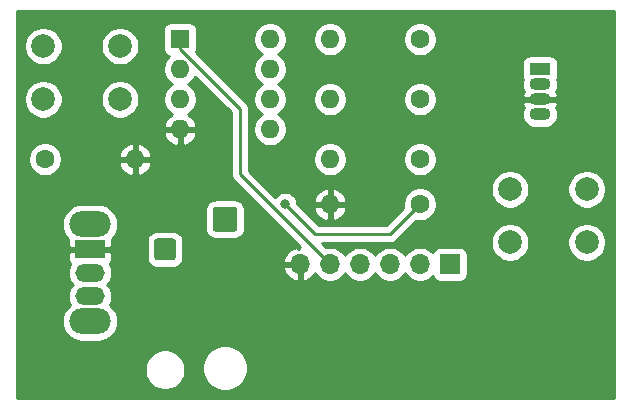
<source format=gbr>
%TF.GenerationSoftware,KiCad,Pcbnew,5.1.10-88a1d61d58~88~ubuntu18.04.1*%
%TF.CreationDate,2021-11-17T00:59:38+01:00*%
%TF.ProjectId,tuchoVen,74756368-6f56-4656-9e2e-6b696361645f,rev?*%
%TF.SameCoordinates,Original*%
%TF.FileFunction,Copper,L2,Bot*%
%TF.FilePolarity,Positive*%
%FSLAX46Y46*%
G04 Gerber Fmt 4.6, Leading zero omitted, Abs format (unit mm)*
G04 Created by KiCad (PCBNEW 5.1.10-88a1d61d58~88~ubuntu18.04.1) date 2021-11-17 00:59:38*
%MOMM*%
%LPD*%
G01*
G04 APERTURE LIST*
%TA.AperFunction,ComponentPad*%
%ADD10R,1.800000X1.070000*%
%TD*%
%TA.AperFunction,ComponentPad*%
%ADD11O,1.800000X1.070000*%
%TD*%
%TA.AperFunction,ComponentPad*%
%ADD12R,1.700000X1.700000*%
%TD*%
%TA.AperFunction,ComponentPad*%
%ADD13O,1.700000X1.700000*%
%TD*%
%TA.AperFunction,ComponentPad*%
%ADD14C,1.600000*%
%TD*%
%TA.AperFunction,ComponentPad*%
%ADD15O,1.600000X1.600000*%
%TD*%
%TA.AperFunction,ComponentPad*%
%ADD16R,2.500000X1.500000*%
%TD*%
%TA.AperFunction,ComponentPad*%
%ADD17O,2.500000X1.500000*%
%TD*%
%TA.AperFunction,ComponentPad*%
%ADD18O,3.500000X2.200000*%
%TD*%
%TA.AperFunction,ComponentPad*%
%ADD19C,2.000000*%
%TD*%
%TA.AperFunction,ComponentPad*%
%ADD20R,1.600000X1.600000*%
%TD*%
%TA.AperFunction,ViaPad*%
%ADD21C,0.800000*%
%TD*%
%TA.AperFunction,Conductor*%
%ADD22C,0.250000*%
%TD*%
%TA.AperFunction,Conductor*%
%ADD23C,0.254000*%
%TD*%
%TA.AperFunction,Conductor*%
%ADD24C,0.100000*%
%TD*%
G04 APERTURE END LIST*
D10*
%TO.P,D1,1*%
%TO.N,Net-(D1-Pad1)*%
X213360000Y-53340000D03*
D11*
%TO.P,D1,2*%
%TO.N,Net-(D1-Pad2)*%
X213360000Y-54610000D03*
%TO.P,D1,3*%
%TO.N,/g0*%
X213360000Y-55880000D03*
%TO.P,D1,4*%
%TO.N,Net-(D1-Pad4)*%
X213360000Y-57150000D03*
%TD*%
D12*
%TO.P,J1,1*%
%TO.N,/v0*%
X205740000Y-69850000D03*
D13*
%TO.P,J1,2*%
%TO.N,Net-(J1-Pad2)*%
X203200000Y-69850000D03*
%TO.P,J1,3*%
%TO.N,Net-(J1-Pad3)*%
X200660000Y-69850000D03*
%TO.P,J1,4*%
%TO.N,Net-(J1-Pad4)*%
X198120000Y-69850000D03*
%TO.P,J1,5*%
%TO.N,Net-(J1-Pad5)*%
X195580000Y-69850000D03*
%TO.P,J1,6*%
%TO.N,/g0*%
X193040000Y-69850000D03*
%TD*%
D14*
%TO.P,R1,1*%
%TO.N,Net-(D1-Pad1)*%
X203200000Y-50800000D03*
D15*
%TO.P,R1,2*%
%TO.N,Net-(J1-Pad2)*%
X195580000Y-50800000D03*
%TD*%
D14*
%TO.P,R2,1*%
%TO.N,Net-(D1-Pad2)*%
X203200000Y-55880000D03*
D15*
%TO.P,R2,2*%
%TO.N,Net-(J1-Pad3)*%
X195580000Y-55880000D03*
%TD*%
D14*
%TO.P,R3,1*%
%TO.N,Net-(R3-Pad1)*%
X171450000Y-60960000D03*
D15*
%TO.P,R3,2*%
%TO.N,/g0*%
X179070000Y-60960000D03*
%TD*%
%TO.P,R4,2*%
%TO.N,/g0*%
X195580000Y-64770000D03*
D14*
%TO.P,R4,1*%
%TO.N,Net-(R4-Pad1)*%
X203200000Y-64770000D03*
%TD*%
D15*
%TO.P,R5,2*%
%TO.N,Net-(J1-Pad4)*%
X195580000Y-60960000D03*
D14*
%TO.P,R5,1*%
%TO.N,Net-(D1-Pad4)*%
X203200000Y-60960000D03*
%TD*%
D16*
%TO.P,SW1,1*%
%TO.N,/g0*%
X175260000Y-68580000D03*
D17*
%TO.P,SW1,2*%
%TO.N,Net-(J3-Pad1)*%
X175260000Y-70580000D03*
%TO.P,SW1,3*%
%TO.N,N/C*%
X175260000Y-72580000D03*
D18*
%TO.P,SW1,*%
%TO.N,*%
X175260000Y-66480000D03*
X175260000Y-74680000D03*
%TD*%
D19*
%TO.P,SW2,2*%
%TO.N,/v0*%
X177800000Y-51380000D03*
%TO.P,SW2,1*%
%TO.N,Net-(R3-Pad1)*%
X177800000Y-55880000D03*
%TO.P,SW2,2*%
%TO.N,/v0*%
X171300000Y-51380000D03*
%TO.P,SW2,1*%
%TO.N,Net-(R3-Pad1)*%
X171300000Y-55880000D03*
%TD*%
%TO.P,SW3,1*%
%TO.N,Net-(R4-Pad1)*%
X217320000Y-63500000D03*
%TO.P,SW3,2*%
%TO.N,/v0*%
X217320000Y-68000000D03*
%TO.P,SW3,1*%
%TO.N,Net-(R4-Pad1)*%
X210820000Y-63500000D03*
%TO.P,SW3,2*%
%TO.N,/v0*%
X210820000Y-68000000D03*
%TD*%
D20*
%TO.P,U1,1*%
%TO.N,Net-(J1-Pad5)*%
X182880000Y-50800000D03*
D15*
%TO.P,U1,5*%
%TO.N,Net-(J1-Pad4)*%
X190500000Y-58420000D03*
%TO.P,U1,2*%
%TO.N,Net-(R3-Pad1)*%
X182880000Y-53340000D03*
%TO.P,U1,6*%
%TO.N,Net-(J1-Pad3)*%
X190500000Y-55880000D03*
%TO.P,U1,3*%
%TO.N,Net-(R4-Pad1)*%
X182880000Y-55880000D03*
%TO.P,U1,7*%
%TO.N,Net-(J1-Pad2)*%
X190500000Y-53340000D03*
%TO.P,U1,4*%
%TO.N,/g0*%
X182880000Y-58420000D03*
%TO.P,U1,8*%
%TO.N,/v0*%
X190500000Y-50800000D03*
%TD*%
%TO.P,J2,1*%
%TO.N,/v0*%
%TA.AperFunction,ComponentPad*%
G36*
G01*
X185640000Y-66840001D02*
X185640000Y-65239999D01*
G75*
G02*
X185889999Y-64990000I249999J0D01*
G01*
X187490001Y-64990000D01*
G75*
G02*
X187740000Y-65239999I0J-249999D01*
G01*
X187740000Y-66840001D01*
G75*
G02*
X187490001Y-67090000I-249999J0D01*
G01*
X185889999Y-67090000D01*
G75*
G02*
X185640000Y-66840001I0J249999D01*
G01*
G37*
%TD.AperFunction*%
%TD*%
%TO.P,J3,1*%
%TO.N,Net-(J3-Pad1)*%
%TA.AperFunction,ComponentPad*%
G36*
G01*
X180685000Y-69255001D02*
X180685000Y-67904999D01*
G75*
G02*
X180934999Y-67655000I249999J0D01*
G01*
X182285001Y-67655000D01*
G75*
G02*
X182535000Y-67904999I0J-249999D01*
G01*
X182535000Y-69255001D01*
G75*
G02*
X182285001Y-69505000I-249999J0D01*
G01*
X180934999Y-69505000D01*
G75*
G02*
X180685000Y-69255001I0J249999D01*
G01*
G37*
%TD.AperFunction*%
%TD*%
D21*
%TO.N,Net-(R4-Pad1)*%
X191770000Y-64770000D03*
%TD*%
D22*
%TO.N,Net-(J1-Pad5)*%
X182880000Y-51600998D02*
X182880000Y-50800000D01*
X187960000Y-56680998D02*
X182880000Y-51600998D01*
X187960000Y-62230000D02*
X187960000Y-56680998D01*
X195580000Y-69850000D02*
X187960000Y-62230000D01*
%TO.N,Net-(R4-Pad1)*%
X200660000Y-67310000D02*
X203200000Y-64770000D01*
X191770000Y-64770000D02*
X194310000Y-67310000D01*
X194310000Y-67310000D02*
X200660000Y-67310000D01*
%TD*%
D23*
%TO.N,/g0*%
X219583000Y-81153000D02*
X169037000Y-81153000D01*
X169037000Y-78609117D01*
X179875000Y-78609117D01*
X179875000Y-78950883D01*
X179941675Y-79286081D01*
X180072463Y-79601831D01*
X180262337Y-79885998D01*
X180504002Y-80127663D01*
X180788169Y-80317537D01*
X181103919Y-80448325D01*
X181439117Y-80515000D01*
X181780883Y-80515000D01*
X182116081Y-80448325D01*
X182431831Y-80317537D01*
X182715998Y-80127663D01*
X182957663Y-79885998D01*
X183147537Y-79601831D01*
X183278325Y-79286081D01*
X183345000Y-78950883D01*
X183345000Y-78609117D01*
X183313235Y-78449419D01*
X184755000Y-78449419D01*
X184755000Y-78830581D01*
X184829361Y-79204419D01*
X184975225Y-79556566D01*
X185186987Y-79873491D01*
X185456509Y-80143013D01*
X185773434Y-80354775D01*
X186125581Y-80500639D01*
X186499419Y-80575000D01*
X186880581Y-80575000D01*
X187254419Y-80500639D01*
X187606566Y-80354775D01*
X187923491Y-80143013D01*
X188193013Y-79873491D01*
X188404775Y-79556566D01*
X188550639Y-79204419D01*
X188625000Y-78830581D01*
X188625000Y-78449419D01*
X188550639Y-78075581D01*
X188404775Y-77723434D01*
X188193013Y-77406509D01*
X187923491Y-77136987D01*
X187606566Y-76925225D01*
X187254419Y-76779361D01*
X186880581Y-76705000D01*
X186499419Y-76705000D01*
X186125581Y-76779361D01*
X185773434Y-76925225D01*
X185456509Y-77136987D01*
X185186987Y-77406509D01*
X184975225Y-77723434D01*
X184829361Y-78075581D01*
X184755000Y-78449419D01*
X183313235Y-78449419D01*
X183278325Y-78273919D01*
X183147537Y-77958169D01*
X182957663Y-77674002D01*
X182715998Y-77432337D01*
X182431831Y-77242463D01*
X182116081Y-77111675D01*
X181780883Y-77045000D01*
X181439117Y-77045000D01*
X181103919Y-77111675D01*
X180788169Y-77242463D01*
X180504002Y-77432337D01*
X180262337Y-77674002D01*
X180072463Y-77958169D01*
X179941675Y-78273919D01*
X179875000Y-78609117D01*
X169037000Y-78609117D01*
X169037000Y-74680000D01*
X172866606Y-74680000D01*
X172900105Y-75020119D01*
X172999314Y-75347168D01*
X173160421Y-75648578D01*
X173377234Y-75912766D01*
X173641422Y-76129579D01*
X173942832Y-76290686D01*
X174269881Y-76389895D01*
X174524775Y-76415000D01*
X175995225Y-76415000D01*
X176250119Y-76389895D01*
X176577168Y-76290686D01*
X176878578Y-76129579D01*
X177142766Y-75912766D01*
X177359579Y-75648578D01*
X177520686Y-75347168D01*
X177619895Y-75020119D01*
X177653394Y-74680000D01*
X177619895Y-74339881D01*
X177520686Y-74012832D01*
X177359579Y-73711422D01*
X177142766Y-73447234D01*
X176951006Y-73289861D01*
X177045764Y-73112581D01*
X177124960Y-72851507D01*
X177151701Y-72580000D01*
X177124960Y-72308493D01*
X177045764Y-72047419D01*
X176917157Y-71806812D01*
X176744081Y-71595919D01*
X176724684Y-71580000D01*
X176744081Y-71564081D01*
X176917157Y-71353188D01*
X177045764Y-71112581D01*
X177124960Y-70851507D01*
X177151701Y-70580000D01*
X177124960Y-70308493D01*
X177094140Y-70206891D01*
X191598519Y-70206891D01*
X191695843Y-70481252D01*
X191844822Y-70731355D01*
X192039731Y-70947588D01*
X192273080Y-71121641D01*
X192535901Y-71246825D01*
X192683110Y-71291476D01*
X192913000Y-71170155D01*
X192913000Y-69977000D01*
X191719186Y-69977000D01*
X191598519Y-70206891D01*
X177094140Y-70206891D01*
X177045764Y-70047419D01*
X176921060Y-69814114D01*
X176961185Y-69781185D01*
X177040537Y-69684494D01*
X177099502Y-69574180D01*
X177135812Y-69454482D01*
X177148072Y-69330000D01*
X177145000Y-68865750D01*
X176986250Y-68707000D01*
X175387000Y-68707000D01*
X175387000Y-68727000D01*
X175133000Y-68727000D01*
X175133000Y-68707000D01*
X173533750Y-68707000D01*
X173375000Y-68865750D01*
X173371928Y-69330000D01*
X173384188Y-69454482D01*
X173420498Y-69574180D01*
X173479463Y-69684494D01*
X173558815Y-69781185D01*
X173598940Y-69814114D01*
X173474236Y-70047419D01*
X173395040Y-70308493D01*
X173368299Y-70580000D01*
X173395040Y-70851507D01*
X173474236Y-71112581D01*
X173602843Y-71353188D01*
X173775919Y-71564081D01*
X173795316Y-71580000D01*
X173775919Y-71595919D01*
X173602843Y-71806812D01*
X173474236Y-72047419D01*
X173395040Y-72308493D01*
X173368299Y-72580000D01*
X173395040Y-72851507D01*
X173474236Y-73112581D01*
X173568994Y-73289861D01*
X173377234Y-73447234D01*
X173160421Y-73711422D01*
X172999314Y-74012832D01*
X172900105Y-74339881D01*
X172866606Y-74680000D01*
X169037000Y-74680000D01*
X169037000Y-66480000D01*
X172866606Y-66480000D01*
X172900105Y-66820119D01*
X172999314Y-67147168D01*
X173160421Y-67448578D01*
X173377234Y-67712766D01*
X173383008Y-67717504D01*
X173371928Y-67830000D01*
X173375000Y-68294250D01*
X173533750Y-68453000D01*
X175133000Y-68453000D01*
X175133000Y-68433000D01*
X175387000Y-68433000D01*
X175387000Y-68453000D01*
X176986250Y-68453000D01*
X177145000Y-68294250D01*
X177147575Y-67904999D01*
X180046928Y-67904999D01*
X180046928Y-69255001D01*
X180063992Y-69428255D01*
X180114528Y-69594851D01*
X180196595Y-69748387D01*
X180307038Y-69882962D01*
X180441613Y-69993405D01*
X180595149Y-70075472D01*
X180761745Y-70126008D01*
X180934999Y-70143072D01*
X182285001Y-70143072D01*
X182458255Y-70126008D01*
X182624851Y-70075472D01*
X182778387Y-69993405D01*
X182912962Y-69882962D01*
X183023405Y-69748387D01*
X183105472Y-69594851D01*
X183156008Y-69428255D01*
X183173072Y-69255001D01*
X183173072Y-67904999D01*
X183156008Y-67731745D01*
X183105472Y-67565149D01*
X183023405Y-67411613D01*
X182912962Y-67277038D01*
X182778387Y-67166595D01*
X182624851Y-67084528D01*
X182458255Y-67033992D01*
X182285001Y-67016928D01*
X180934999Y-67016928D01*
X180761745Y-67033992D01*
X180595149Y-67084528D01*
X180441613Y-67166595D01*
X180307038Y-67277038D01*
X180196595Y-67411613D01*
X180114528Y-67565149D01*
X180063992Y-67731745D01*
X180046928Y-67904999D01*
X177147575Y-67904999D01*
X177148072Y-67830000D01*
X177136992Y-67717504D01*
X177142766Y-67712766D01*
X177359579Y-67448578D01*
X177520686Y-67147168D01*
X177619895Y-66820119D01*
X177653394Y-66480000D01*
X177619895Y-66139881D01*
X177520686Y-65812832D01*
X177359579Y-65511422D01*
X177142766Y-65247234D01*
X177133951Y-65239999D01*
X185001928Y-65239999D01*
X185001928Y-66840001D01*
X185018992Y-67013255D01*
X185069528Y-67179851D01*
X185151595Y-67333387D01*
X185262038Y-67467962D01*
X185396613Y-67578405D01*
X185550149Y-67660472D01*
X185716745Y-67711008D01*
X185889999Y-67728072D01*
X187490001Y-67728072D01*
X187663255Y-67711008D01*
X187829851Y-67660472D01*
X187983387Y-67578405D01*
X188117962Y-67467962D01*
X188228405Y-67333387D01*
X188310472Y-67179851D01*
X188361008Y-67013255D01*
X188378072Y-66840001D01*
X188378072Y-65239999D01*
X188361008Y-65066745D01*
X188310472Y-64900149D01*
X188228405Y-64746613D01*
X188117962Y-64612038D01*
X187983387Y-64501595D01*
X187829851Y-64419528D01*
X187663255Y-64368992D01*
X187490001Y-64351928D01*
X185889999Y-64351928D01*
X185716745Y-64368992D01*
X185550149Y-64419528D01*
X185396613Y-64501595D01*
X185262038Y-64612038D01*
X185151595Y-64746613D01*
X185069528Y-64900149D01*
X185018992Y-65066745D01*
X185001928Y-65239999D01*
X177133951Y-65239999D01*
X176878578Y-65030421D01*
X176577168Y-64869314D01*
X176250119Y-64770105D01*
X175995225Y-64745000D01*
X174524775Y-64745000D01*
X174269881Y-64770105D01*
X173942832Y-64869314D01*
X173641422Y-65030421D01*
X173377234Y-65247234D01*
X173160421Y-65511422D01*
X172999314Y-65812832D01*
X172900105Y-66139881D01*
X172866606Y-66480000D01*
X169037000Y-66480000D01*
X169037000Y-60818665D01*
X170015000Y-60818665D01*
X170015000Y-61101335D01*
X170070147Y-61378574D01*
X170178320Y-61639727D01*
X170335363Y-61874759D01*
X170535241Y-62074637D01*
X170770273Y-62231680D01*
X171031426Y-62339853D01*
X171308665Y-62395000D01*
X171591335Y-62395000D01*
X171868574Y-62339853D01*
X172129727Y-62231680D01*
X172364759Y-62074637D01*
X172564637Y-61874759D01*
X172721680Y-61639727D01*
X172829853Y-61378574D01*
X172843684Y-61309039D01*
X177678096Y-61309039D01*
X177718754Y-61443087D01*
X177838963Y-61697420D01*
X178006481Y-61923414D01*
X178214869Y-62112385D01*
X178456119Y-62257070D01*
X178720960Y-62351909D01*
X178943000Y-62230624D01*
X178943000Y-61087000D01*
X179197000Y-61087000D01*
X179197000Y-62230624D01*
X179419040Y-62351909D01*
X179683881Y-62257070D01*
X179925131Y-62112385D01*
X180133519Y-61923414D01*
X180301037Y-61697420D01*
X180421246Y-61443087D01*
X180461904Y-61309039D01*
X180339915Y-61087000D01*
X179197000Y-61087000D01*
X178943000Y-61087000D01*
X177800085Y-61087000D01*
X177678096Y-61309039D01*
X172843684Y-61309039D01*
X172885000Y-61101335D01*
X172885000Y-60818665D01*
X172843685Y-60610961D01*
X177678096Y-60610961D01*
X177800085Y-60833000D01*
X178943000Y-60833000D01*
X178943000Y-59689376D01*
X179197000Y-59689376D01*
X179197000Y-60833000D01*
X180339915Y-60833000D01*
X180461904Y-60610961D01*
X180421246Y-60476913D01*
X180301037Y-60222580D01*
X180133519Y-59996586D01*
X179925131Y-59807615D01*
X179683881Y-59662930D01*
X179419040Y-59568091D01*
X179197000Y-59689376D01*
X178943000Y-59689376D01*
X178720960Y-59568091D01*
X178456119Y-59662930D01*
X178214869Y-59807615D01*
X178006481Y-59996586D01*
X177838963Y-60222580D01*
X177718754Y-60476913D01*
X177678096Y-60610961D01*
X172843685Y-60610961D01*
X172829853Y-60541426D01*
X172721680Y-60280273D01*
X172564637Y-60045241D01*
X172364759Y-59845363D01*
X172129727Y-59688320D01*
X171868574Y-59580147D01*
X171591335Y-59525000D01*
X171308665Y-59525000D01*
X171031426Y-59580147D01*
X170770273Y-59688320D01*
X170535241Y-59845363D01*
X170335363Y-60045241D01*
X170178320Y-60280273D01*
X170070147Y-60541426D01*
X170015000Y-60818665D01*
X169037000Y-60818665D01*
X169037000Y-58769039D01*
X181488096Y-58769039D01*
X181528754Y-58903087D01*
X181648963Y-59157420D01*
X181816481Y-59383414D01*
X182024869Y-59572385D01*
X182266119Y-59717070D01*
X182530960Y-59811909D01*
X182753000Y-59690624D01*
X182753000Y-58547000D01*
X183007000Y-58547000D01*
X183007000Y-59690624D01*
X183229040Y-59811909D01*
X183493881Y-59717070D01*
X183735131Y-59572385D01*
X183943519Y-59383414D01*
X184111037Y-59157420D01*
X184231246Y-58903087D01*
X184271904Y-58769039D01*
X184149915Y-58547000D01*
X183007000Y-58547000D01*
X182753000Y-58547000D01*
X181610085Y-58547000D01*
X181488096Y-58769039D01*
X169037000Y-58769039D01*
X169037000Y-55718967D01*
X169665000Y-55718967D01*
X169665000Y-56041033D01*
X169727832Y-56356912D01*
X169851082Y-56654463D01*
X170030013Y-56922252D01*
X170257748Y-57149987D01*
X170525537Y-57328918D01*
X170823088Y-57452168D01*
X171138967Y-57515000D01*
X171461033Y-57515000D01*
X171776912Y-57452168D01*
X172074463Y-57328918D01*
X172342252Y-57149987D01*
X172569987Y-56922252D01*
X172748918Y-56654463D01*
X172872168Y-56356912D01*
X172935000Y-56041033D01*
X172935000Y-55718967D01*
X176165000Y-55718967D01*
X176165000Y-56041033D01*
X176227832Y-56356912D01*
X176351082Y-56654463D01*
X176530013Y-56922252D01*
X176757748Y-57149987D01*
X177025537Y-57328918D01*
X177323088Y-57452168D01*
X177638967Y-57515000D01*
X177961033Y-57515000D01*
X178276912Y-57452168D01*
X178574463Y-57328918D01*
X178842252Y-57149987D01*
X179069987Y-56922252D01*
X179248918Y-56654463D01*
X179372168Y-56356912D01*
X179435000Y-56041033D01*
X179435000Y-55718967D01*
X179372168Y-55403088D01*
X179248918Y-55105537D01*
X179069987Y-54837748D01*
X178842252Y-54610013D01*
X178574463Y-54431082D01*
X178276912Y-54307832D01*
X177961033Y-54245000D01*
X177638967Y-54245000D01*
X177323088Y-54307832D01*
X177025537Y-54431082D01*
X176757748Y-54610013D01*
X176530013Y-54837748D01*
X176351082Y-55105537D01*
X176227832Y-55403088D01*
X176165000Y-55718967D01*
X172935000Y-55718967D01*
X172872168Y-55403088D01*
X172748918Y-55105537D01*
X172569987Y-54837748D01*
X172342252Y-54610013D01*
X172074463Y-54431082D01*
X171776912Y-54307832D01*
X171461033Y-54245000D01*
X171138967Y-54245000D01*
X170823088Y-54307832D01*
X170525537Y-54431082D01*
X170257748Y-54610013D01*
X170030013Y-54837748D01*
X169851082Y-55105537D01*
X169727832Y-55403088D01*
X169665000Y-55718967D01*
X169037000Y-55718967D01*
X169037000Y-51218967D01*
X169665000Y-51218967D01*
X169665000Y-51541033D01*
X169727832Y-51856912D01*
X169851082Y-52154463D01*
X170030013Y-52422252D01*
X170257748Y-52649987D01*
X170525537Y-52828918D01*
X170823088Y-52952168D01*
X171138967Y-53015000D01*
X171461033Y-53015000D01*
X171776912Y-52952168D01*
X172074463Y-52828918D01*
X172342252Y-52649987D01*
X172569987Y-52422252D01*
X172748918Y-52154463D01*
X172872168Y-51856912D01*
X172935000Y-51541033D01*
X172935000Y-51218967D01*
X176165000Y-51218967D01*
X176165000Y-51541033D01*
X176227832Y-51856912D01*
X176351082Y-52154463D01*
X176530013Y-52422252D01*
X176757748Y-52649987D01*
X177025537Y-52828918D01*
X177323088Y-52952168D01*
X177638967Y-53015000D01*
X177961033Y-53015000D01*
X178276912Y-52952168D01*
X178574463Y-52828918D01*
X178842252Y-52649987D01*
X179069987Y-52422252D01*
X179248918Y-52154463D01*
X179372168Y-51856912D01*
X179435000Y-51541033D01*
X179435000Y-51218967D01*
X179372168Y-50903088D01*
X179248918Y-50605537D01*
X179069987Y-50337748D01*
X178842252Y-50110013D01*
X178677607Y-50000000D01*
X181441928Y-50000000D01*
X181441928Y-51600000D01*
X181454188Y-51724482D01*
X181490498Y-51844180D01*
X181549463Y-51954494D01*
X181628815Y-52051185D01*
X181725506Y-52130537D01*
X181835820Y-52189502D01*
X181955518Y-52225812D01*
X181963961Y-52226643D01*
X181765363Y-52425241D01*
X181608320Y-52660273D01*
X181500147Y-52921426D01*
X181445000Y-53198665D01*
X181445000Y-53481335D01*
X181500147Y-53758574D01*
X181608320Y-54019727D01*
X181765363Y-54254759D01*
X181965241Y-54454637D01*
X182197759Y-54610000D01*
X181965241Y-54765363D01*
X181765363Y-54965241D01*
X181608320Y-55200273D01*
X181500147Y-55461426D01*
X181445000Y-55738665D01*
X181445000Y-56021335D01*
X181500147Y-56298574D01*
X181608320Y-56559727D01*
X181765363Y-56794759D01*
X181965241Y-56994637D01*
X182200273Y-57151680D01*
X182210865Y-57156067D01*
X182024869Y-57267615D01*
X181816481Y-57456586D01*
X181648963Y-57682580D01*
X181528754Y-57936913D01*
X181488096Y-58070961D01*
X181610085Y-58293000D01*
X182753000Y-58293000D01*
X182753000Y-58273000D01*
X183007000Y-58273000D01*
X183007000Y-58293000D01*
X184149915Y-58293000D01*
X184271904Y-58070961D01*
X184231246Y-57936913D01*
X184111037Y-57682580D01*
X183943519Y-57456586D01*
X183735131Y-57267615D01*
X183549135Y-57156067D01*
X183559727Y-57151680D01*
X183794759Y-56994637D01*
X183994637Y-56794759D01*
X184151680Y-56559727D01*
X184259853Y-56298574D01*
X184315000Y-56021335D01*
X184315000Y-55738665D01*
X184259853Y-55461426D01*
X184151680Y-55200273D01*
X183994637Y-54965241D01*
X183794759Y-54765363D01*
X183562241Y-54610000D01*
X183794759Y-54454637D01*
X183994637Y-54254759D01*
X184151680Y-54019727D01*
X184172841Y-53968640D01*
X187200001Y-56995801D01*
X187200000Y-62192677D01*
X187196324Y-62230000D01*
X187200000Y-62267322D01*
X187200000Y-62267332D01*
X187210997Y-62378985D01*
X187254454Y-62522246D01*
X187325026Y-62654276D01*
X187364871Y-62702826D01*
X187419999Y-62770001D01*
X187449003Y-62793804D01*
X193020198Y-68365000D01*
X192912998Y-68365000D01*
X192912998Y-68529844D01*
X192683110Y-68408524D01*
X192535901Y-68453175D01*
X192273080Y-68578359D01*
X192039731Y-68752412D01*
X191844822Y-68968645D01*
X191695843Y-69218748D01*
X191598519Y-69493109D01*
X191719186Y-69723000D01*
X192913000Y-69723000D01*
X192913000Y-69703000D01*
X193167000Y-69703000D01*
X193167000Y-69723000D01*
X193187000Y-69723000D01*
X193187000Y-69977000D01*
X193167000Y-69977000D01*
X193167000Y-71170155D01*
X193396890Y-71291476D01*
X193544099Y-71246825D01*
X193806920Y-71121641D01*
X194040269Y-70947588D01*
X194235178Y-70731355D01*
X194304805Y-70614466D01*
X194426525Y-70796632D01*
X194633368Y-71003475D01*
X194876589Y-71165990D01*
X195146842Y-71277932D01*
X195433740Y-71335000D01*
X195726260Y-71335000D01*
X196013158Y-71277932D01*
X196283411Y-71165990D01*
X196526632Y-71003475D01*
X196733475Y-70796632D01*
X196850000Y-70622240D01*
X196966525Y-70796632D01*
X197173368Y-71003475D01*
X197416589Y-71165990D01*
X197686842Y-71277932D01*
X197973740Y-71335000D01*
X198266260Y-71335000D01*
X198553158Y-71277932D01*
X198823411Y-71165990D01*
X199066632Y-71003475D01*
X199273475Y-70796632D01*
X199390000Y-70622240D01*
X199506525Y-70796632D01*
X199713368Y-71003475D01*
X199956589Y-71165990D01*
X200226842Y-71277932D01*
X200513740Y-71335000D01*
X200806260Y-71335000D01*
X201093158Y-71277932D01*
X201363411Y-71165990D01*
X201606632Y-71003475D01*
X201813475Y-70796632D01*
X201930000Y-70622240D01*
X202046525Y-70796632D01*
X202253368Y-71003475D01*
X202496589Y-71165990D01*
X202766842Y-71277932D01*
X203053740Y-71335000D01*
X203346260Y-71335000D01*
X203633158Y-71277932D01*
X203903411Y-71165990D01*
X204146632Y-71003475D01*
X204278487Y-70871620D01*
X204300498Y-70944180D01*
X204359463Y-71054494D01*
X204438815Y-71151185D01*
X204535506Y-71230537D01*
X204645820Y-71289502D01*
X204765518Y-71325812D01*
X204890000Y-71338072D01*
X206590000Y-71338072D01*
X206714482Y-71325812D01*
X206834180Y-71289502D01*
X206944494Y-71230537D01*
X207041185Y-71151185D01*
X207120537Y-71054494D01*
X207179502Y-70944180D01*
X207215812Y-70824482D01*
X207228072Y-70700000D01*
X207228072Y-69000000D01*
X207215812Y-68875518D01*
X207179502Y-68755820D01*
X207120537Y-68645506D01*
X207041185Y-68548815D01*
X206944494Y-68469463D01*
X206834180Y-68410498D01*
X206714482Y-68374188D01*
X206590000Y-68361928D01*
X204890000Y-68361928D01*
X204765518Y-68374188D01*
X204645820Y-68410498D01*
X204535506Y-68469463D01*
X204438815Y-68548815D01*
X204359463Y-68645506D01*
X204300498Y-68755820D01*
X204278487Y-68828380D01*
X204146632Y-68696525D01*
X203903411Y-68534010D01*
X203633158Y-68422068D01*
X203346260Y-68365000D01*
X203053740Y-68365000D01*
X202766842Y-68422068D01*
X202496589Y-68534010D01*
X202253368Y-68696525D01*
X202046525Y-68903368D01*
X201930000Y-69077760D01*
X201813475Y-68903368D01*
X201606632Y-68696525D01*
X201363411Y-68534010D01*
X201093158Y-68422068D01*
X200806260Y-68365000D01*
X200513740Y-68365000D01*
X200226842Y-68422068D01*
X199956589Y-68534010D01*
X199713368Y-68696525D01*
X199506525Y-68903368D01*
X199390000Y-69077760D01*
X199273475Y-68903368D01*
X199066632Y-68696525D01*
X198823411Y-68534010D01*
X198553158Y-68422068D01*
X198266260Y-68365000D01*
X197973740Y-68365000D01*
X197686842Y-68422068D01*
X197416589Y-68534010D01*
X197173368Y-68696525D01*
X196966525Y-68903368D01*
X196850000Y-69077760D01*
X196733475Y-68903368D01*
X196526632Y-68696525D01*
X196283411Y-68534010D01*
X196013158Y-68422068D01*
X195726260Y-68365000D01*
X195433740Y-68365000D01*
X195213592Y-68408790D01*
X194874802Y-68070000D01*
X200622678Y-68070000D01*
X200660000Y-68073676D01*
X200697322Y-68070000D01*
X200697333Y-68070000D01*
X200808986Y-68059003D01*
X200952247Y-68015546D01*
X201084276Y-67944974D01*
X201200001Y-67850001D01*
X201209056Y-67838967D01*
X209185000Y-67838967D01*
X209185000Y-68161033D01*
X209247832Y-68476912D01*
X209371082Y-68774463D01*
X209550013Y-69042252D01*
X209777748Y-69269987D01*
X210045537Y-69448918D01*
X210343088Y-69572168D01*
X210658967Y-69635000D01*
X210981033Y-69635000D01*
X211296912Y-69572168D01*
X211594463Y-69448918D01*
X211862252Y-69269987D01*
X212089987Y-69042252D01*
X212268918Y-68774463D01*
X212392168Y-68476912D01*
X212455000Y-68161033D01*
X212455000Y-67838967D01*
X215685000Y-67838967D01*
X215685000Y-68161033D01*
X215747832Y-68476912D01*
X215871082Y-68774463D01*
X216050013Y-69042252D01*
X216277748Y-69269987D01*
X216545537Y-69448918D01*
X216843088Y-69572168D01*
X217158967Y-69635000D01*
X217481033Y-69635000D01*
X217796912Y-69572168D01*
X218094463Y-69448918D01*
X218362252Y-69269987D01*
X218589987Y-69042252D01*
X218768918Y-68774463D01*
X218892168Y-68476912D01*
X218955000Y-68161033D01*
X218955000Y-67838967D01*
X218892168Y-67523088D01*
X218768918Y-67225537D01*
X218589987Y-66957748D01*
X218362252Y-66730013D01*
X218094463Y-66551082D01*
X217796912Y-66427832D01*
X217481033Y-66365000D01*
X217158967Y-66365000D01*
X216843088Y-66427832D01*
X216545537Y-66551082D01*
X216277748Y-66730013D01*
X216050013Y-66957748D01*
X215871082Y-67225537D01*
X215747832Y-67523088D01*
X215685000Y-67838967D01*
X212455000Y-67838967D01*
X212392168Y-67523088D01*
X212268918Y-67225537D01*
X212089987Y-66957748D01*
X211862252Y-66730013D01*
X211594463Y-66551082D01*
X211296912Y-66427832D01*
X210981033Y-66365000D01*
X210658967Y-66365000D01*
X210343088Y-66427832D01*
X210045537Y-66551082D01*
X209777748Y-66730013D01*
X209550013Y-66957748D01*
X209371082Y-67225537D01*
X209247832Y-67523088D01*
X209185000Y-67838967D01*
X201209056Y-67838967D01*
X201223804Y-67820997D01*
X202876114Y-66168688D01*
X203058665Y-66205000D01*
X203341335Y-66205000D01*
X203618574Y-66149853D01*
X203879727Y-66041680D01*
X204114759Y-65884637D01*
X204314637Y-65684759D01*
X204471680Y-65449727D01*
X204579853Y-65188574D01*
X204635000Y-64911335D01*
X204635000Y-64628665D01*
X204579853Y-64351426D01*
X204471680Y-64090273D01*
X204314637Y-63855241D01*
X204114759Y-63655363D01*
X203879727Y-63498320D01*
X203618574Y-63390147D01*
X203361279Y-63338967D01*
X209185000Y-63338967D01*
X209185000Y-63661033D01*
X209247832Y-63976912D01*
X209371082Y-64274463D01*
X209550013Y-64542252D01*
X209777748Y-64769987D01*
X210045537Y-64948918D01*
X210343088Y-65072168D01*
X210658967Y-65135000D01*
X210981033Y-65135000D01*
X211296912Y-65072168D01*
X211594463Y-64948918D01*
X211862252Y-64769987D01*
X212089987Y-64542252D01*
X212268918Y-64274463D01*
X212392168Y-63976912D01*
X212455000Y-63661033D01*
X212455000Y-63338967D01*
X215685000Y-63338967D01*
X215685000Y-63661033D01*
X215747832Y-63976912D01*
X215871082Y-64274463D01*
X216050013Y-64542252D01*
X216277748Y-64769987D01*
X216545537Y-64948918D01*
X216843088Y-65072168D01*
X217158967Y-65135000D01*
X217481033Y-65135000D01*
X217796912Y-65072168D01*
X218094463Y-64948918D01*
X218362252Y-64769987D01*
X218589987Y-64542252D01*
X218768918Y-64274463D01*
X218892168Y-63976912D01*
X218955000Y-63661033D01*
X218955000Y-63338967D01*
X218892168Y-63023088D01*
X218768918Y-62725537D01*
X218589987Y-62457748D01*
X218362252Y-62230013D01*
X218094463Y-62051082D01*
X217796912Y-61927832D01*
X217481033Y-61865000D01*
X217158967Y-61865000D01*
X216843088Y-61927832D01*
X216545537Y-62051082D01*
X216277748Y-62230013D01*
X216050013Y-62457748D01*
X215871082Y-62725537D01*
X215747832Y-63023088D01*
X215685000Y-63338967D01*
X212455000Y-63338967D01*
X212392168Y-63023088D01*
X212268918Y-62725537D01*
X212089987Y-62457748D01*
X211862252Y-62230013D01*
X211594463Y-62051082D01*
X211296912Y-61927832D01*
X210981033Y-61865000D01*
X210658967Y-61865000D01*
X210343088Y-61927832D01*
X210045537Y-62051082D01*
X209777748Y-62230013D01*
X209550013Y-62457748D01*
X209371082Y-62725537D01*
X209247832Y-63023088D01*
X209185000Y-63338967D01*
X203361279Y-63338967D01*
X203341335Y-63335000D01*
X203058665Y-63335000D01*
X202781426Y-63390147D01*
X202520273Y-63498320D01*
X202285241Y-63655363D01*
X202085363Y-63855241D01*
X201928320Y-64090273D01*
X201820147Y-64351426D01*
X201765000Y-64628665D01*
X201765000Y-64911335D01*
X201801312Y-65093886D01*
X200345199Y-66550000D01*
X194624803Y-66550000D01*
X193193841Y-65119039D01*
X194188096Y-65119039D01*
X194228754Y-65253087D01*
X194348963Y-65507420D01*
X194516481Y-65733414D01*
X194724869Y-65922385D01*
X194966119Y-66067070D01*
X195230960Y-66161909D01*
X195453000Y-66040624D01*
X195453000Y-64897000D01*
X195707000Y-64897000D01*
X195707000Y-66040624D01*
X195929040Y-66161909D01*
X196193881Y-66067070D01*
X196435131Y-65922385D01*
X196643519Y-65733414D01*
X196811037Y-65507420D01*
X196931246Y-65253087D01*
X196971904Y-65119039D01*
X196849915Y-64897000D01*
X195707000Y-64897000D01*
X195453000Y-64897000D01*
X194310085Y-64897000D01*
X194188096Y-65119039D01*
X193193841Y-65119039D01*
X192805000Y-64730199D01*
X192805000Y-64668061D01*
X192765226Y-64468102D01*
X192745700Y-64420961D01*
X194188096Y-64420961D01*
X194310085Y-64643000D01*
X195453000Y-64643000D01*
X195453000Y-63499376D01*
X195707000Y-63499376D01*
X195707000Y-64643000D01*
X196849915Y-64643000D01*
X196971904Y-64420961D01*
X196931246Y-64286913D01*
X196811037Y-64032580D01*
X196643519Y-63806586D01*
X196435131Y-63617615D01*
X196193881Y-63472930D01*
X195929040Y-63378091D01*
X195707000Y-63499376D01*
X195453000Y-63499376D01*
X195230960Y-63378091D01*
X194966119Y-63472930D01*
X194724869Y-63617615D01*
X194516481Y-63806586D01*
X194348963Y-64032580D01*
X194228754Y-64286913D01*
X194188096Y-64420961D01*
X192745700Y-64420961D01*
X192687205Y-64279744D01*
X192573937Y-64110226D01*
X192429774Y-63966063D01*
X192260256Y-63852795D01*
X192071898Y-63774774D01*
X191871939Y-63735000D01*
X191668061Y-63735000D01*
X191468102Y-63774774D01*
X191279744Y-63852795D01*
X191110226Y-63966063D01*
X190966063Y-64110226D01*
X190945621Y-64140820D01*
X188720000Y-61915199D01*
X188720000Y-60818665D01*
X194145000Y-60818665D01*
X194145000Y-61101335D01*
X194200147Y-61378574D01*
X194308320Y-61639727D01*
X194465363Y-61874759D01*
X194665241Y-62074637D01*
X194900273Y-62231680D01*
X195161426Y-62339853D01*
X195438665Y-62395000D01*
X195721335Y-62395000D01*
X195998574Y-62339853D01*
X196259727Y-62231680D01*
X196494759Y-62074637D01*
X196694637Y-61874759D01*
X196851680Y-61639727D01*
X196959853Y-61378574D01*
X197015000Y-61101335D01*
X197015000Y-60818665D01*
X201765000Y-60818665D01*
X201765000Y-61101335D01*
X201820147Y-61378574D01*
X201928320Y-61639727D01*
X202085363Y-61874759D01*
X202285241Y-62074637D01*
X202520273Y-62231680D01*
X202781426Y-62339853D01*
X203058665Y-62395000D01*
X203341335Y-62395000D01*
X203618574Y-62339853D01*
X203879727Y-62231680D01*
X204114759Y-62074637D01*
X204314637Y-61874759D01*
X204471680Y-61639727D01*
X204579853Y-61378574D01*
X204635000Y-61101335D01*
X204635000Y-60818665D01*
X204579853Y-60541426D01*
X204471680Y-60280273D01*
X204314637Y-60045241D01*
X204114759Y-59845363D01*
X203879727Y-59688320D01*
X203618574Y-59580147D01*
X203341335Y-59525000D01*
X203058665Y-59525000D01*
X202781426Y-59580147D01*
X202520273Y-59688320D01*
X202285241Y-59845363D01*
X202085363Y-60045241D01*
X201928320Y-60280273D01*
X201820147Y-60541426D01*
X201765000Y-60818665D01*
X197015000Y-60818665D01*
X196959853Y-60541426D01*
X196851680Y-60280273D01*
X196694637Y-60045241D01*
X196494759Y-59845363D01*
X196259727Y-59688320D01*
X195998574Y-59580147D01*
X195721335Y-59525000D01*
X195438665Y-59525000D01*
X195161426Y-59580147D01*
X194900273Y-59688320D01*
X194665241Y-59845363D01*
X194465363Y-60045241D01*
X194308320Y-60280273D01*
X194200147Y-60541426D01*
X194145000Y-60818665D01*
X188720000Y-60818665D01*
X188720000Y-56718321D01*
X188723676Y-56680998D01*
X188720000Y-56643675D01*
X188720000Y-56643665D01*
X188709003Y-56532012D01*
X188665546Y-56388751D01*
X188594974Y-56256721D01*
X188523799Y-56169995D01*
X188500001Y-56140997D01*
X188471003Y-56117199D01*
X184244590Y-51890787D01*
X184269502Y-51844180D01*
X184305812Y-51724482D01*
X184318072Y-51600000D01*
X184318072Y-50658665D01*
X189065000Y-50658665D01*
X189065000Y-50941335D01*
X189120147Y-51218574D01*
X189228320Y-51479727D01*
X189385363Y-51714759D01*
X189585241Y-51914637D01*
X189817759Y-52070000D01*
X189585241Y-52225363D01*
X189385363Y-52425241D01*
X189228320Y-52660273D01*
X189120147Y-52921426D01*
X189065000Y-53198665D01*
X189065000Y-53481335D01*
X189120147Y-53758574D01*
X189228320Y-54019727D01*
X189385363Y-54254759D01*
X189585241Y-54454637D01*
X189817759Y-54610000D01*
X189585241Y-54765363D01*
X189385363Y-54965241D01*
X189228320Y-55200273D01*
X189120147Y-55461426D01*
X189065000Y-55738665D01*
X189065000Y-56021335D01*
X189120147Y-56298574D01*
X189228320Y-56559727D01*
X189385363Y-56794759D01*
X189585241Y-56994637D01*
X189817759Y-57150000D01*
X189585241Y-57305363D01*
X189385363Y-57505241D01*
X189228320Y-57740273D01*
X189120147Y-58001426D01*
X189065000Y-58278665D01*
X189065000Y-58561335D01*
X189120147Y-58838574D01*
X189228320Y-59099727D01*
X189385363Y-59334759D01*
X189585241Y-59534637D01*
X189820273Y-59691680D01*
X190081426Y-59799853D01*
X190358665Y-59855000D01*
X190641335Y-59855000D01*
X190918574Y-59799853D01*
X191179727Y-59691680D01*
X191414759Y-59534637D01*
X191614637Y-59334759D01*
X191771680Y-59099727D01*
X191879853Y-58838574D01*
X191935000Y-58561335D01*
X191935000Y-58278665D01*
X191879853Y-58001426D01*
X191771680Y-57740273D01*
X191614637Y-57505241D01*
X191414759Y-57305363D01*
X191182241Y-57150000D01*
X191414759Y-56994637D01*
X191614637Y-56794759D01*
X191771680Y-56559727D01*
X191879853Y-56298574D01*
X191935000Y-56021335D01*
X191935000Y-55738665D01*
X194145000Y-55738665D01*
X194145000Y-56021335D01*
X194200147Y-56298574D01*
X194308320Y-56559727D01*
X194465363Y-56794759D01*
X194665241Y-56994637D01*
X194900273Y-57151680D01*
X195161426Y-57259853D01*
X195438665Y-57315000D01*
X195721335Y-57315000D01*
X195998574Y-57259853D01*
X196259727Y-57151680D01*
X196494759Y-56994637D01*
X196694637Y-56794759D01*
X196851680Y-56559727D01*
X196959853Y-56298574D01*
X197015000Y-56021335D01*
X197015000Y-55738665D01*
X201765000Y-55738665D01*
X201765000Y-56021335D01*
X201820147Y-56298574D01*
X201928320Y-56559727D01*
X202085363Y-56794759D01*
X202285241Y-56994637D01*
X202520273Y-57151680D01*
X202781426Y-57259853D01*
X203058665Y-57315000D01*
X203341335Y-57315000D01*
X203618574Y-57259853D01*
X203879727Y-57151680D01*
X203882241Y-57150000D01*
X211819339Y-57150000D01*
X211841929Y-57379360D01*
X211908831Y-57599906D01*
X212017474Y-57803162D01*
X212163682Y-57981318D01*
X212341838Y-58127526D01*
X212545094Y-58236169D01*
X212765640Y-58303071D01*
X212937523Y-58320000D01*
X213782477Y-58320000D01*
X213954360Y-58303071D01*
X214174906Y-58236169D01*
X214378162Y-58127526D01*
X214556318Y-57981318D01*
X214702526Y-57803162D01*
X214811169Y-57599906D01*
X214878071Y-57379360D01*
X214900661Y-57150000D01*
X214878071Y-56920640D01*
X214811169Y-56700094D01*
X214710846Y-56512404D01*
X214768377Y-56424421D01*
X214853900Y-56187383D01*
X214728244Y-56007000D01*
X213987560Y-56007000D01*
X213954360Y-55996929D01*
X213782477Y-55980000D01*
X212937523Y-55980000D01*
X212765640Y-55996929D01*
X212732440Y-56007000D01*
X211991756Y-56007000D01*
X211866100Y-56187383D01*
X211951623Y-56424421D01*
X212009154Y-56512404D01*
X211908831Y-56700094D01*
X211841929Y-56920640D01*
X211819339Y-57150000D01*
X203882241Y-57150000D01*
X204114759Y-56994637D01*
X204314637Y-56794759D01*
X204471680Y-56559727D01*
X204579853Y-56298574D01*
X204635000Y-56021335D01*
X204635000Y-55738665D01*
X204579853Y-55461426D01*
X204471680Y-55200273D01*
X204314637Y-54965241D01*
X204114759Y-54765363D01*
X203882242Y-54610000D01*
X211819339Y-54610000D01*
X211841929Y-54839360D01*
X211908831Y-55059906D01*
X212009154Y-55247596D01*
X211951623Y-55335579D01*
X211866100Y-55572617D01*
X211991756Y-55753000D01*
X212732440Y-55753000D01*
X212765640Y-55763071D01*
X212937523Y-55780000D01*
X213782477Y-55780000D01*
X213954360Y-55763071D01*
X213987560Y-55753000D01*
X214728244Y-55753000D01*
X214853900Y-55572617D01*
X214768377Y-55335579D01*
X214710846Y-55247596D01*
X214811169Y-55059906D01*
X214878071Y-54839360D01*
X214900661Y-54610000D01*
X214878071Y-54380640D01*
X214817130Y-54179743D01*
X214849502Y-54119180D01*
X214885812Y-53999482D01*
X214898072Y-53875000D01*
X214898072Y-52805000D01*
X214885812Y-52680518D01*
X214849502Y-52560820D01*
X214790537Y-52450506D01*
X214711185Y-52353815D01*
X214614494Y-52274463D01*
X214504180Y-52215498D01*
X214384482Y-52179188D01*
X214260000Y-52166928D01*
X212460000Y-52166928D01*
X212335518Y-52179188D01*
X212215820Y-52215498D01*
X212105506Y-52274463D01*
X212008815Y-52353815D01*
X211929463Y-52450506D01*
X211870498Y-52560820D01*
X211834188Y-52680518D01*
X211821928Y-52805000D01*
X211821928Y-53875000D01*
X211834188Y-53999482D01*
X211870498Y-54119180D01*
X211902870Y-54179743D01*
X211841929Y-54380640D01*
X211819339Y-54610000D01*
X203882242Y-54610000D01*
X203879727Y-54608320D01*
X203618574Y-54500147D01*
X203341335Y-54445000D01*
X203058665Y-54445000D01*
X202781426Y-54500147D01*
X202520273Y-54608320D01*
X202285241Y-54765363D01*
X202085363Y-54965241D01*
X201928320Y-55200273D01*
X201820147Y-55461426D01*
X201765000Y-55738665D01*
X197015000Y-55738665D01*
X196959853Y-55461426D01*
X196851680Y-55200273D01*
X196694637Y-54965241D01*
X196494759Y-54765363D01*
X196259727Y-54608320D01*
X195998574Y-54500147D01*
X195721335Y-54445000D01*
X195438665Y-54445000D01*
X195161426Y-54500147D01*
X194900273Y-54608320D01*
X194665241Y-54765363D01*
X194465363Y-54965241D01*
X194308320Y-55200273D01*
X194200147Y-55461426D01*
X194145000Y-55738665D01*
X191935000Y-55738665D01*
X191879853Y-55461426D01*
X191771680Y-55200273D01*
X191614637Y-54965241D01*
X191414759Y-54765363D01*
X191182241Y-54610000D01*
X191414759Y-54454637D01*
X191614637Y-54254759D01*
X191771680Y-54019727D01*
X191879853Y-53758574D01*
X191935000Y-53481335D01*
X191935000Y-53198665D01*
X191879853Y-52921426D01*
X191771680Y-52660273D01*
X191614637Y-52425241D01*
X191414759Y-52225363D01*
X191182241Y-52070000D01*
X191414759Y-51914637D01*
X191614637Y-51714759D01*
X191771680Y-51479727D01*
X191879853Y-51218574D01*
X191935000Y-50941335D01*
X191935000Y-50658665D01*
X194145000Y-50658665D01*
X194145000Y-50941335D01*
X194200147Y-51218574D01*
X194308320Y-51479727D01*
X194465363Y-51714759D01*
X194665241Y-51914637D01*
X194900273Y-52071680D01*
X195161426Y-52179853D01*
X195438665Y-52235000D01*
X195721335Y-52235000D01*
X195998574Y-52179853D01*
X196259727Y-52071680D01*
X196494759Y-51914637D01*
X196694637Y-51714759D01*
X196851680Y-51479727D01*
X196959853Y-51218574D01*
X197015000Y-50941335D01*
X197015000Y-50658665D01*
X201765000Y-50658665D01*
X201765000Y-50941335D01*
X201820147Y-51218574D01*
X201928320Y-51479727D01*
X202085363Y-51714759D01*
X202285241Y-51914637D01*
X202520273Y-52071680D01*
X202781426Y-52179853D01*
X203058665Y-52235000D01*
X203341335Y-52235000D01*
X203618574Y-52179853D01*
X203879727Y-52071680D01*
X204114759Y-51914637D01*
X204314637Y-51714759D01*
X204471680Y-51479727D01*
X204579853Y-51218574D01*
X204635000Y-50941335D01*
X204635000Y-50658665D01*
X204579853Y-50381426D01*
X204471680Y-50120273D01*
X204314637Y-49885241D01*
X204114759Y-49685363D01*
X203879727Y-49528320D01*
X203618574Y-49420147D01*
X203341335Y-49365000D01*
X203058665Y-49365000D01*
X202781426Y-49420147D01*
X202520273Y-49528320D01*
X202285241Y-49685363D01*
X202085363Y-49885241D01*
X201928320Y-50120273D01*
X201820147Y-50381426D01*
X201765000Y-50658665D01*
X197015000Y-50658665D01*
X196959853Y-50381426D01*
X196851680Y-50120273D01*
X196694637Y-49885241D01*
X196494759Y-49685363D01*
X196259727Y-49528320D01*
X195998574Y-49420147D01*
X195721335Y-49365000D01*
X195438665Y-49365000D01*
X195161426Y-49420147D01*
X194900273Y-49528320D01*
X194665241Y-49685363D01*
X194465363Y-49885241D01*
X194308320Y-50120273D01*
X194200147Y-50381426D01*
X194145000Y-50658665D01*
X191935000Y-50658665D01*
X191879853Y-50381426D01*
X191771680Y-50120273D01*
X191614637Y-49885241D01*
X191414759Y-49685363D01*
X191179727Y-49528320D01*
X190918574Y-49420147D01*
X190641335Y-49365000D01*
X190358665Y-49365000D01*
X190081426Y-49420147D01*
X189820273Y-49528320D01*
X189585241Y-49685363D01*
X189385363Y-49885241D01*
X189228320Y-50120273D01*
X189120147Y-50381426D01*
X189065000Y-50658665D01*
X184318072Y-50658665D01*
X184318072Y-50000000D01*
X184305812Y-49875518D01*
X184269502Y-49755820D01*
X184210537Y-49645506D01*
X184131185Y-49548815D01*
X184034494Y-49469463D01*
X183924180Y-49410498D01*
X183804482Y-49374188D01*
X183680000Y-49361928D01*
X182080000Y-49361928D01*
X181955518Y-49374188D01*
X181835820Y-49410498D01*
X181725506Y-49469463D01*
X181628815Y-49548815D01*
X181549463Y-49645506D01*
X181490498Y-49755820D01*
X181454188Y-49875518D01*
X181441928Y-50000000D01*
X178677607Y-50000000D01*
X178574463Y-49931082D01*
X178276912Y-49807832D01*
X177961033Y-49745000D01*
X177638967Y-49745000D01*
X177323088Y-49807832D01*
X177025537Y-49931082D01*
X176757748Y-50110013D01*
X176530013Y-50337748D01*
X176351082Y-50605537D01*
X176227832Y-50903088D01*
X176165000Y-51218967D01*
X172935000Y-51218967D01*
X172872168Y-50903088D01*
X172748918Y-50605537D01*
X172569987Y-50337748D01*
X172342252Y-50110013D01*
X172074463Y-49931082D01*
X171776912Y-49807832D01*
X171461033Y-49745000D01*
X171138967Y-49745000D01*
X170823088Y-49807832D01*
X170525537Y-49931082D01*
X170257748Y-50110013D01*
X170030013Y-50337748D01*
X169851082Y-50605537D01*
X169727832Y-50903088D01*
X169665000Y-51218967D01*
X169037000Y-51218967D01*
X169037000Y-48387000D01*
X219583000Y-48387000D01*
X219583000Y-81153000D01*
%TA.AperFunction,Conductor*%
D24*
G36*
X219583000Y-81153000D02*
G01*
X169037000Y-81153000D01*
X169037000Y-78609117D01*
X179875000Y-78609117D01*
X179875000Y-78950883D01*
X179941675Y-79286081D01*
X180072463Y-79601831D01*
X180262337Y-79885998D01*
X180504002Y-80127663D01*
X180788169Y-80317537D01*
X181103919Y-80448325D01*
X181439117Y-80515000D01*
X181780883Y-80515000D01*
X182116081Y-80448325D01*
X182431831Y-80317537D01*
X182715998Y-80127663D01*
X182957663Y-79885998D01*
X183147537Y-79601831D01*
X183278325Y-79286081D01*
X183345000Y-78950883D01*
X183345000Y-78609117D01*
X183313235Y-78449419D01*
X184755000Y-78449419D01*
X184755000Y-78830581D01*
X184829361Y-79204419D01*
X184975225Y-79556566D01*
X185186987Y-79873491D01*
X185456509Y-80143013D01*
X185773434Y-80354775D01*
X186125581Y-80500639D01*
X186499419Y-80575000D01*
X186880581Y-80575000D01*
X187254419Y-80500639D01*
X187606566Y-80354775D01*
X187923491Y-80143013D01*
X188193013Y-79873491D01*
X188404775Y-79556566D01*
X188550639Y-79204419D01*
X188625000Y-78830581D01*
X188625000Y-78449419D01*
X188550639Y-78075581D01*
X188404775Y-77723434D01*
X188193013Y-77406509D01*
X187923491Y-77136987D01*
X187606566Y-76925225D01*
X187254419Y-76779361D01*
X186880581Y-76705000D01*
X186499419Y-76705000D01*
X186125581Y-76779361D01*
X185773434Y-76925225D01*
X185456509Y-77136987D01*
X185186987Y-77406509D01*
X184975225Y-77723434D01*
X184829361Y-78075581D01*
X184755000Y-78449419D01*
X183313235Y-78449419D01*
X183278325Y-78273919D01*
X183147537Y-77958169D01*
X182957663Y-77674002D01*
X182715998Y-77432337D01*
X182431831Y-77242463D01*
X182116081Y-77111675D01*
X181780883Y-77045000D01*
X181439117Y-77045000D01*
X181103919Y-77111675D01*
X180788169Y-77242463D01*
X180504002Y-77432337D01*
X180262337Y-77674002D01*
X180072463Y-77958169D01*
X179941675Y-78273919D01*
X179875000Y-78609117D01*
X169037000Y-78609117D01*
X169037000Y-74680000D01*
X172866606Y-74680000D01*
X172900105Y-75020119D01*
X172999314Y-75347168D01*
X173160421Y-75648578D01*
X173377234Y-75912766D01*
X173641422Y-76129579D01*
X173942832Y-76290686D01*
X174269881Y-76389895D01*
X174524775Y-76415000D01*
X175995225Y-76415000D01*
X176250119Y-76389895D01*
X176577168Y-76290686D01*
X176878578Y-76129579D01*
X177142766Y-75912766D01*
X177359579Y-75648578D01*
X177520686Y-75347168D01*
X177619895Y-75020119D01*
X177653394Y-74680000D01*
X177619895Y-74339881D01*
X177520686Y-74012832D01*
X177359579Y-73711422D01*
X177142766Y-73447234D01*
X176951006Y-73289861D01*
X177045764Y-73112581D01*
X177124960Y-72851507D01*
X177151701Y-72580000D01*
X177124960Y-72308493D01*
X177045764Y-72047419D01*
X176917157Y-71806812D01*
X176744081Y-71595919D01*
X176724684Y-71580000D01*
X176744081Y-71564081D01*
X176917157Y-71353188D01*
X177045764Y-71112581D01*
X177124960Y-70851507D01*
X177151701Y-70580000D01*
X177124960Y-70308493D01*
X177094140Y-70206891D01*
X191598519Y-70206891D01*
X191695843Y-70481252D01*
X191844822Y-70731355D01*
X192039731Y-70947588D01*
X192273080Y-71121641D01*
X192535901Y-71246825D01*
X192683110Y-71291476D01*
X192913000Y-71170155D01*
X192913000Y-69977000D01*
X191719186Y-69977000D01*
X191598519Y-70206891D01*
X177094140Y-70206891D01*
X177045764Y-70047419D01*
X176921060Y-69814114D01*
X176961185Y-69781185D01*
X177040537Y-69684494D01*
X177099502Y-69574180D01*
X177135812Y-69454482D01*
X177148072Y-69330000D01*
X177145000Y-68865750D01*
X176986250Y-68707000D01*
X175387000Y-68707000D01*
X175387000Y-68727000D01*
X175133000Y-68727000D01*
X175133000Y-68707000D01*
X173533750Y-68707000D01*
X173375000Y-68865750D01*
X173371928Y-69330000D01*
X173384188Y-69454482D01*
X173420498Y-69574180D01*
X173479463Y-69684494D01*
X173558815Y-69781185D01*
X173598940Y-69814114D01*
X173474236Y-70047419D01*
X173395040Y-70308493D01*
X173368299Y-70580000D01*
X173395040Y-70851507D01*
X173474236Y-71112581D01*
X173602843Y-71353188D01*
X173775919Y-71564081D01*
X173795316Y-71580000D01*
X173775919Y-71595919D01*
X173602843Y-71806812D01*
X173474236Y-72047419D01*
X173395040Y-72308493D01*
X173368299Y-72580000D01*
X173395040Y-72851507D01*
X173474236Y-73112581D01*
X173568994Y-73289861D01*
X173377234Y-73447234D01*
X173160421Y-73711422D01*
X172999314Y-74012832D01*
X172900105Y-74339881D01*
X172866606Y-74680000D01*
X169037000Y-74680000D01*
X169037000Y-66480000D01*
X172866606Y-66480000D01*
X172900105Y-66820119D01*
X172999314Y-67147168D01*
X173160421Y-67448578D01*
X173377234Y-67712766D01*
X173383008Y-67717504D01*
X173371928Y-67830000D01*
X173375000Y-68294250D01*
X173533750Y-68453000D01*
X175133000Y-68453000D01*
X175133000Y-68433000D01*
X175387000Y-68433000D01*
X175387000Y-68453000D01*
X176986250Y-68453000D01*
X177145000Y-68294250D01*
X177147575Y-67904999D01*
X180046928Y-67904999D01*
X180046928Y-69255001D01*
X180063992Y-69428255D01*
X180114528Y-69594851D01*
X180196595Y-69748387D01*
X180307038Y-69882962D01*
X180441613Y-69993405D01*
X180595149Y-70075472D01*
X180761745Y-70126008D01*
X180934999Y-70143072D01*
X182285001Y-70143072D01*
X182458255Y-70126008D01*
X182624851Y-70075472D01*
X182778387Y-69993405D01*
X182912962Y-69882962D01*
X183023405Y-69748387D01*
X183105472Y-69594851D01*
X183156008Y-69428255D01*
X183173072Y-69255001D01*
X183173072Y-67904999D01*
X183156008Y-67731745D01*
X183105472Y-67565149D01*
X183023405Y-67411613D01*
X182912962Y-67277038D01*
X182778387Y-67166595D01*
X182624851Y-67084528D01*
X182458255Y-67033992D01*
X182285001Y-67016928D01*
X180934999Y-67016928D01*
X180761745Y-67033992D01*
X180595149Y-67084528D01*
X180441613Y-67166595D01*
X180307038Y-67277038D01*
X180196595Y-67411613D01*
X180114528Y-67565149D01*
X180063992Y-67731745D01*
X180046928Y-67904999D01*
X177147575Y-67904999D01*
X177148072Y-67830000D01*
X177136992Y-67717504D01*
X177142766Y-67712766D01*
X177359579Y-67448578D01*
X177520686Y-67147168D01*
X177619895Y-66820119D01*
X177653394Y-66480000D01*
X177619895Y-66139881D01*
X177520686Y-65812832D01*
X177359579Y-65511422D01*
X177142766Y-65247234D01*
X177133951Y-65239999D01*
X185001928Y-65239999D01*
X185001928Y-66840001D01*
X185018992Y-67013255D01*
X185069528Y-67179851D01*
X185151595Y-67333387D01*
X185262038Y-67467962D01*
X185396613Y-67578405D01*
X185550149Y-67660472D01*
X185716745Y-67711008D01*
X185889999Y-67728072D01*
X187490001Y-67728072D01*
X187663255Y-67711008D01*
X187829851Y-67660472D01*
X187983387Y-67578405D01*
X188117962Y-67467962D01*
X188228405Y-67333387D01*
X188310472Y-67179851D01*
X188361008Y-67013255D01*
X188378072Y-66840001D01*
X188378072Y-65239999D01*
X188361008Y-65066745D01*
X188310472Y-64900149D01*
X188228405Y-64746613D01*
X188117962Y-64612038D01*
X187983387Y-64501595D01*
X187829851Y-64419528D01*
X187663255Y-64368992D01*
X187490001Y-64351928D01*
X185889999Y-64351928D01*
X185716745Y-64368992D01*
X185550149Y-64419528D01*
X185396613Y-64501595D01*
X185262038Y-64612038D01*
X185151595Y-64746613D01*
X185069528Y-64900149D01*
X185018992Y-65066745D01*
X185001928Y-65239999D01*
X177133951Y-65239999D01*
X176878578Y-65030421D01*
X176577168Y-64869314D01*
X176250119Y-64770105D01*
X175995225Y-64745000D01*
X174524775Y-64745000D01*
X174269881Y-64770105D01*
X173942832Y-64869314D01*
X173641422Y-65030421D01*
X173377234Y-65247234D01*
X173160421Y-65511422D01*
X172999314Y-65812832D01*
X172900105Y-66139881D01*
X172866606Y-66480000D01*
X169037000Y-66480000D01*
X169037000Y-60818665D01*
X170015000Y-60818665D01*
X170015000Y-61101335D01*
X170070147Y-61378574D01*
X170178320Y-61639727D01*
X170335363Y-61874759D01*
X170535241Y-62074637D01*
X170770273Y-62231680D01*
X171031426Y-62339853D01*
X171308665Y-62395000D01*
X171591335Y-62395000D01*
X171868574Y-62339853D01*
X172129727Y-62231680D01*
X172364759Y-62074637D01*
X172564637Y-61874759D01*
X172721680Y-61639727D01*
X172829853Y-61378574D01*
X172843684Y-61309039D01*
X177678096Y-61309039D01*
X177718754Y-61443087D01*
X177838963Y-61697420D01*
X178006481Y-61923414D01*
X178214869Y-62112385D01*
X178456119Y-62257070D01*
X178720960Y-62351909D01*
X178943000Y-62230624D01*
X178943000Y-61087000D01*
X179197000Y-61087000D01*
X179197000Y-62230624D01*
X179419040Y-62351909D01*
X179683881Y-62257070D01*
X179925131Y-62112385D01*
X180133519Y-61923414D01*
X180301037Y-61697420D01*
X180421246Y-61443087D01*
X180461904Y-61309039D01*
X180339915Y-61087000D01*
X179197000Y-61087000D01*
X178943000Y-61087000D01*
X177800085Y-61087000D01*
X177678096Y-61309039D01*
X172843684Y-61309039D01*
X172885000Y-61101335D01*
X172885000Y-60818665D01*
X172843685Y-60610961D01*
X177678096Y-60610961D01*
X177800085Y-60833000D01*
X178943000Y-60833000D01*
X178943000Y-59689376D01*
X179197000Y-59689376D01*
X179197000Y-60833000D01*
X180339915Y-60833000D01*
X180461904Y-60610961D01*
X180421246Y-60476913D01*
X180301037Y-60222580D01*
X180133519Y-59996586D01*
X179925131Y-59807615D01*
X179683881Y-59662930D01*
X179419040Y-59568091D01*
X179197000Y-59689376D01*
X178943000Y-59689376D01*
X178720960Y-59568091D01*
X178456119Y-59662930D01*
X178214869Y-59807615D01*
X178006481Y-59996586D01*
X177838963Y-60222580D01*
X177718754Y-60476913D01*
X177678096Y-60610961D01*
X172843685Y-60610961D01*
X172829853Y-60541426D01*
X172721680Y-60280273D01*
X172564637Y-60045241D01*
X172364759Y-59845363D01*
X172129727Y-59688320D01*
X171868574Y-59580147D01*
X171591335Y-59525000D01*
X171308665Y-59525000D01*
X171031426Y-59580147D01*
X170770273Y-59688320D01*
X170535241Y-59845363D01*
X170335363Y-60045241D01*
X170178320Y-60280273D01*
X170070147Y-60541426D01*
X170015000Y-60818665D01*
X169037000Y-60818665D01*
X169037000Y-58769039D01*
X181488096Y-58769039D01*
X181528754Y-58903087D01*
X181648963Y-59157420D01*
X181816481Y-59383414D01*
X182024869Y-59572385D01*
X182266119Y-59717070D01*
X182530960Y-59811909D01*
X182753000Y-59690624D01*
X182753000Y-58547000D01*
X183007000Y-58547000D01*
X183007000Y-59690624D01*
X183229040Y-59811909D01*
X183493881Y-59717070D01*
X183735131Y-59572385D01*
X183943519Y-59383414D01*
X184111037Y-59157420D01*
X184231246Y-58903087D01*
X184271904Y-58769039D01*
X184149915Y-58547000D01*
X183007000Y-58547000D01*
X182753000Y-58547000D01*
X181610085Y-58547000D01*
X181488096Y-58769039D01*
X169037000Y-58769039D01*
X169037000Y-55718967D01*
X169665000Y-55718967D01*
X169665000Y-56041033D01*
X169727832Y-56356912D01*
X169851082Y-56654463D01*
X170030013Y-56922252D01*
X170257748Y-57149987D01*
X170525537Y-57328918D01*
X170823088Y-57452168D01*
X171138967Y-57515000D01*
X171461033Y-57515000D01*
X171776912Y-57452168D01*
X172074463Y-57328918D01*
X172342252Y-57149987D01*
X172569987Y-56922252D01*
X172748918Y-56654463D01*
X172872168Y-56356912D01*
X172935000Y-56041033D01*
X172935000Y-55718967D01*
X176165000Y-55718967D01*
X176165000Y-56041033D01*
X176227832Y-56356912D01*
X176351082Y-56654463D01*
X176530013Y-56922252D01*
X176757748Y-57149987D01*
X177025537Y-57328918D01*
X177323088Y-57452168D01*
X177638967Y-57515000D01*
X177961033Y-57515000D01*
X178276912Y-57452168D01*
X178574463Y-57328918D01*
X178842252Y-57149987D01*
X179069987Y-56922252D01*
X179248918Y-56654463D01*
X179372168Y-56356912D01*
X179435000Y-56041033D01*
X179435000Y-55718967D01*
X179372168Y-55403088D01*
X179248918Y-55105537D01*
X179069987Y-54837748D01*
X178842252Y-54610013D01*
X178574463Y-54431082D01*
X178276912Y-54307832D01*
X177961033Y-54245000D01*
X177638967Y-54245000D01*
X177323088Y-54307832D01*
X177025537Y-54431082D01*
X176757748Y-54610013D01*
X176530013Y-54837748D01*
X176351082Y-55105537D01*
X176227832Y-55403088D01*
X176165000Y-55718967D01*
X172935000Y-55718967D01*
X172872168Y-55403088D01*
X172748918Y-55105537D01*
X172569987Y-54837748D01*
X172342252Y-54610013D01*
X172074463Y-54431082D01*
X171776912Y-54307832D01*
X171461033Y-54245000D01*
X171138967Y-54245000D01*
X170823088Y-54307832D01*
X170525537Y-54431082D01*
X170257748Y-54610013D01*
X170030013Y-54837748D01*
X169851082Y-55105537D01*
X169727832Y-55403088D01*
X169665000Y-55718967D01*
X169037000Y-55718967D01*
X169037000Y-51218967D01*
X169665000Y-51218967D01*
X169665000Y-51541033D01*
X169727832Y-51856912D01*
X169851082Y-52154463D01*
X170030013Y-52422252D01*
X170257748Y-52649987D01*
X170525537Y-52828918D01*
X170823088Y-52952168D01*
X171138967Y-53015000D01*
X171461033Y-53015000D01*
X171776912Y-52952168D01*
X172074463Y-52828918D01*
X172342252Y-52649987D01*
X172569987Y-52422252D01*
X172748918Y-52154463D01*
X172872168Y-51856912D01*
X172935000Y-51541033D01*
X172935000Y-51218967D01*
X176165000Y-51218967D01*
X176165000Y-51541033D01*
X176227832Y-51856912D01*
X176351082Y-52154463D01*
X176530013Y-52422252D01*
X176757748Y-52649987D01*
X177025537Y-52828918D01*
X177323088Y-52952168D01*
X177638967Y-53015000D01*
X177961033Y-53015000D01*
X178276912Y-52952168D01*
X178574463Y-52828918D01*
X178842252Y-52649987D01*
X179069987Y-52422252D01*
X179248918Y-52154463D01*
X179372168Y-51856912D01*
X179435000Y-51541033D01*
X179435000Y-51218967D01*
X179372168Y-50903088D01*
X179248918Y-50605537D01*
X179069987Y-50337748D01*
X178842252Y-50110013D01*
X178677607Y-50000000D01*
X181441928Y-50000000D01*
X181441928Y-51600000D01*
X181454188Y-51724482D01*
X181490498Y-51844180D01*
X181549463Y-51954494D01*
X181628815Y-52051185D01*
X181725506Y-52130537D01*
X181835820Y-52189502D01*
X181955518Y-52225812D01*
X181963961Y-52226643D01*
X181765363Y-52425241D01*
X181608320Y-52660273D01*
X181500147Y-52921426D01*
X181445000Y-53198665D01*
X181445000Y-53481335D01*
X181500147Y-53758574D01*
X181608320Y-54019727D01*
X181765363Y-54254759D01*
X181965241Y-54454637D01*
X182197759Y-54610000D01*
X181965241Y-54765363D01*
X181765363Y-54965241D01*
X181608320Y-55200273D01*
X181500147Y-55461426D01*
X181445000Y-55738665D01*
X181445000Y-56021335D01*
X181500147Y-56298574D01*
X181608320Y-56559727D01*
X181765363Y-56794759D01*
X181965241Y-56994637D01*
X182200273Y-57151680D01*
X182210865Y-57156067D01*
X182024869Y-57267615D01*
X181816481Y-57456586D01*
X181648963Y-57682580D01*
X181528754Y-57936913D01*
X181488096Y-58070961D01*
X181610085Y-58293000D01*
X182753000Y-58293000D01*
X182753000Y-58273000D01*
X183007000Y-58273000D01*
X183007000Y-58293000D01*
X184149915Y-58293000D01*
X184271904Y-58070961D01*
X184231246Y-57936913D01*
X184111037Y-57682580D01*
X183943519Y-57456586D01*
X183735131Y-57267615D01*
X183549135Y-57156067D01*
X183559727Y-57151680D01*
X183794759Y-56994637D01*
X183994637Y-56794759D01*
X184151680Y-56559727D01*
X184259853Y-56298574D01*
X184315000Y-56021335D01*
X184315000Y-55738665D01*
X184259853Y-55461426D01*
X184151680Y-55200273D01*
X183994637Y-54965241D01*
X183794759Y-54765363D01*
X183562241Y-54610000D01*
X183794759Y-54454637D01*
X183994637Y-54254759D01*
X184151680Y-54019727D01*
X184172841Y-53968640D01*
X187200001Y-56995801D01*
X187200000Y-62192677D01*
X187196324Y-62230000D01*
X187200000Y-62267322D01*
X187200000Y-62267332D01*
X187210997Y-62378985D01*
X187254454Y-62522246D01*
X187325026Y-62654276D01*
X187364871Y-62702826D01*
X187419999Y-62770001D01*
X187449003Y-62793804D01*
X193020198Y-68365000D01*
X192912998Y-68365000D01*
X192912998Y-68529844D01*
X192683110Y-68408524D01*
X192535901Y-68453175D01*
X192273080Y-68578359D01*
X192039731Y-68752412D01*
X191844822Y-68968645D01*
X191695843Y-69218748D01*
X191598519Y-69493109D01*
X191719186Y-69723000D01*
X192913000Y-69723000D01*
X192913000Y-69703000D01*
X193167000Y-69703000D01*
X193167000Y-69723000D01*
X193187000Y-69723000D01*
X193187000Y-69977000D01*
X193167000Y-69977000D01*
X193167000Y-71170155D01*
X193396890Y-71291476D01*
X193544099Y-71246825D01*
X193806920Y-71121641D01*
X194040269Y-70947588D01*
X194235178Y-70731355D01*
X194304805Y-70614466D01*
X194426525Y-70796632D01*
X194633368Y-71003475D01*
X194876589Y-71165990D01*
X195146842Y-71277932D01*
X195433740Y-71335000D01*
X195726260Y-71335000D01*
X196013158Y-71277932D01*
X196283411Y-71165990D01*
X196526632Y-71003475D01*
X196733475Y-70796632D01*
X196850000Y-70622240D01*
X196966525Y-70796632D01*
X197173368Y-71003475D01*
X197416589Y-71165990D01*
X197686842Y-71277932D01*
X197973740Y-71335000D01*
X198266260Y-71335000D01*
X198553158Y-71277932D01*
X198823411Y-71165990D01*
X199066632Y-71003475D01*
X199273475Y-70796632D01*
X199390000Y-70622240D01*
X199506525Y-70796632D01*
X199713368Y-71003475D01*
X199956589Y-71165990D01*
X200226842Y-71277932D01*
X200513740Y-71335000D01*
X200806260Y-71335000D01*
X201093158Y-71277932D01*
X201363411Y-71165990D01*
X201606632Y-71003475D01*
X201813475Y-70796632D01*
X201930000Y-70622240D01*
X202046525Y-70796632D01*
X202253368Y-71003475D01*
X202496589Y-71165990D01*
X202766842Y-71277932D01*
X203053740Y-71335000D01*
X203346260Y-71335000D01*
X203633158Y-71277932D01*
X203903411Y-71165990D01*
X204146632Y-71003475D01*
X204278487Y-70871620D01*
X204300498Y-70944180D01*
X204359463Y-71054494D01*
X204438815Y-71151185D01*
X204535506Y-71230537D01*
X204645820Y-71289502D01*
X204765518Y-71325812D01*
X204890000Y-71338072D01*
X206590000Y-71338072D01*
X206714482Y-71325812D01*
X206834180Y-71289502D01*
X206944494Y-71230537D01*
X207041185Y-71151185D01*
X207120537Y-71054494D01*
X207179502Y-70944180D01*
X207215812Y-70824482D01*
X207228072Y-70700000D01*
X207228072Y-69000000D01*
X207215812Y-68875518D01*
X207179502Y-68755820D01*
X207120537Y-68645506D01*
X207041185Y-68548815D01*
X206944494Y-68469463D01*
X206834180Y-68410498D01*
X206714482Y-68374188D01*
X206590000Y-68361928D01*
X204890000Y-68361928D01*
X204765518Y-68374188D01*
X204645820Y-68410498D01*
X204535506Y-68469463D01*
X204438815Y-68548815D01*
X204359463Y-68645506D01*
X204300498Y-68755820D01*
X204278487Y-68828380D01*
X204146632Y-68696525D01*
X203903411Y-68534010D01*
X203633158Y-68422068D01*
X203346260Y-68365000D01*
X203053740Y-68365000D01*
X202766842Y-68422068D01*
X202496589Y-68534010D01*
X202253368Y-68696525D01*
X202046525Y-68903368D01*
X201930000Y-69077760D01*
X201813475Y-68903368D01*
X201606632Y-68696525D01*
X201363411Y-68534010D01*
X201093158Y-68422068D01*
X200806260Y-68365000D01*
X200513740Y-68365000D01*
X200226842Y-68422068D01*
X199956589Y-68534010D01*
X199713368Y-68696525D01*
X199506525Y-68903368D01*
X199390000Y-69077760D01*
X199273475Y-68903368D01*
X199066632Y-68696525D01*
X198823411Y-68534010D01*
X198553158Y-68422068D01*
X198266260Y-68365000D01*
X197973740Y-68365000D01*
X197686842Y-68422068D01*
X197416589Y-68534010D01*
X197173368Y-68696525D01*
X196966525Y-68903368D01*
X196850000Y-69077760D01*
X196733475Y-68903368D01*
X196526632Y-68696525D01*
X196283411Y-68534010D01*
X196013158Y-68422068D01*
X195726260Y-68365000D01*
X195433740Y-68365000D01*
X195213592Y-68408790D01*
X194874802Y-68070000D01*
X200622678Y-68070000D01*
X200660000Y-68073676D01*
X200697322Y-68070000D01*
X200697333Y-68070000D01*
X200808986Y-68059003D01*
X200952247Y-68015546D01*
X201084276Y-67944974D01*
X201200001Y-67850001D01*
X201209056Y-67838967D01*
X209185000Y-67838967D01*
X209185000Y-68161033D01*
X209247832Y-68476912D01*
X209371082Y-68774463D01*
X209550013Y-69042252D01*
X209777748Y-69269987D01*
X210045537Y-69448918D01*
X210343088Y-69572168D01*
X210658967Y-69635000D01*
X210981033Y-69635000D01*
X211296912Y-69572168D01*
X211594463Y-69448918D01*
X211862252Y-69269987D01*
X212089987Y-69042252D01*
X212268918Y-68774463D01*
X212392168Y-68476912D01*
X212455000Y-68161033D01*
X212455000Y-67838967D01*
X215685000Y-67838967D01*
X215685000Y-68161033D01*
X215747832Y-68476912D01*
X215871082Y-68774463D01*
X216050013Y-69042252D01*
X216277748Y-69269987D01*
X216545537Y-69448918D01*
X216843088Y-69572168D01*
X217158967Y-69635000D01*
X217481033Y-69635000D01*
X217796912Y-69572168D01*
X218094463Y-69448918D01*
X218362252Y-69269987D01*
X218589987Y-69042252D01*
X218768918Y-68774463D01*
X218892168Y-68476912D01*
X218955000Y-68161033D01*
X218955000Y-67838967D01*
X218892168Y-67523088D01*
X218768918Y-67225537D01*
X218589987Y-66957748D01*
X218362252Y-66730013D01*
X218094463Y-66551082D01*
X217796912Y-66427832D01*
X217481033Y-66365000D01*
X217158967Y-66365000D01*
X216843088Y-66427832D01*
X216545537Y-66551082D01*
X216277748Y-66730013D01*
X216050013Y-66957748D01*
X215871082Y-67225537D01*
X215747832Y-67523088D01*
X215685000Y-67838967D01*
X212455000Y-67838967D01*
X212392168Y-67523088D01*
X212268918Y-67225537D01*
X212089987Y-66957748D01*
X211862252Y-66730013D01*
X211594463Y-66551082D01*
X211296912Y-66427832D01*
X210981033Y-66365000D01*
X210658967Y-66365000D01*
X210343088Y-66427832D01*
X210045537Y-66551082D01*
X209777748Y-66730013D01*
X209550013Y-66957748D01*
X209371082Y-67225537D01*
X209247832Y-67523088D01*
X209185000Y-67838967D01*
X201209056Y-67838967D01*
X201223804Y-67820997D01*
X202876114Y-66168688D01*
X203058665Y-66205000D01*
X203341335Y-66205000D01*
X203618574Y-66149853D01*
X203879727Y-66041680D01*
X204114759Y-65884637D01*
X204314637Y-65684759D01*
X204471680Y-65449727D01*
X204579853Y-65188574D01*
X204635000Y-64911335D01*
X204635000Y-64628665D01*
X204579853Y-64351426D01*
X204471680Y-64090273D01*
X204314637Y-63855241D01*
X204114759Y-63655363D01*
X203879727Y-63498320D01*
X203618574Y-63390147D01*
X203361279Y-63338967D01*
X209185000Y-63338967D01*
X209185000Y-63661033D01*
X209247832Y-63976912D01*
X209371082Y-64274463D01*
X209550013Y-64542252D01*
X209777748Y-64769987D01*
X210045537Y-64948918D01*
X210343088Y-65072168D01*
X210658967Y-65135000D01*
X210981033Y-65135000D01*
X211296912Y-65072168D01*
X211594463Y-64948918D01*
X211862252Y-64769987D01*
X212089987Y-64542252D01*
X212268918Y-64274463D01*
X212392168Y-63976912D01*
X212455000Y-63661033D01*
X212455000Y-63338967D01*
X215685000Y-63338967D01*
X215685000Y-63661033D01*
X215747832Y-63976912D01*
X215871082Y-64274463D01*
X216050013Y-64542252D01*
X216277748Y-64769987D01*
X216545537Y-64948918D01*
X216843088Y-65072168D01*
X217158967Y-65135000D01*
X217481033Y-65135000D01*
X217796912Y-65072168D01*
X218094463Y-64948918D01*
X218362252Y-64769987D01*
X218589987Y-64542252D01*
X218768918Y-64274463D01*
X218892168Y-63976912D01*
X218955000Y-63661033D01*
X218955000Y-63338967D01*
X218892168Y-63023088D01*
X218768918Y-62725537D01*
X218589987Y-62457748D01*
X218362252Y-62230013D01*
X218094463Y-62051082D01*
X217796912Y-61927832D01*
X217481033Y-61865000D01*
X217158967Y-61865000D01*
X216843088Y-61927832D01*
X216545537Y-62051082D01*
X216277748Y-62230013D01*
X216050013Y-62457748D01*
X215871082Y-62725537D01*
X215747832Y-63023088D01*
X215685000Y-63338967D01*
X212455000Y-63338967D01*
X212392168Y-63023088D01*
X212268918Y-62725537D01*
X212089987Y-62457748D01*
X211862252Y-62230013D01*
X211594463Y-62051082D01*
X211296912Y-61927832D01*
X210981033Y-61865000D01*
X210658967Y-61865000D01*
X210343088Y-61927832D01*
X210045537Y-62051082D01*
X209777748Y-62230013D01*
X209550013Y-62457748D01*
X209371082Y-62725537D01*
X209247832Y-63023088D01*
X209185000Y-63338967D01*
X203361279Y-63338967D01*
X203341335Y-63335000D01*
X203058665Y-63335000D01*
X202781426Y-63390147D01*
X202520273Y-63498320D01*
X202285241Y-63655363D01*
X202085363Y-63855241D01*
X201928320Y-64090273D01*
X201820147Y-64351426D01*
X201765000Y-64628665D01*
X201765000Y-64911335D01*
X201801312Y-65093886D01*
X200345199Y-66550000D01*
X194624803Y-66550000D01*
X193193841Y-65119039D01*
X194188096Y-65119039D01*
X194228754Y-65253087D01*
X194348963Y-65507420D01*
X194516481Y-65733414D01*
X194724869Y-65922385D01*
X194966119Y-66067070D01*
X195230960Y-66161909D01*
X195453000Y-66040624D01*
X195453000Y-64897000D01*
X195707000Y-64897000D01*
X195707000Y-66040624D01*
X195929040Y-66161909D01*
X196193881Y-66067070D01*
X196435131Y-65922385D01*
X196643519Y-65733414D01*
X196811037Y-65507420D01*
X196931246Y-65253087D01*
X196971904Y-65119039D01*
X196849915Y-64897000D01*
X195707000Y-64897000D01*
X195453000Y-64897000D01*
X194310085Y-64897000D01*
X194188096Y-65119039D01*
X193193841Y-65119039D01*
X192805000Y-64730199D01*
X192805000Y-64668061D01*
X192765226Y-64468102D01*
X192745700Y-64420961D01*
X194188096Y-64420961D01*
X194310085Y-64643000D01*
X195453000Y-64643000D01*
X195453000Y-63499376D01*
X195707000Y-63499376D01*
X195707000Y-64643000D01*
X196849915Y-64643000D01*
X196971904Y-64420961D01*
X196931246Y-64286913D01*
X196811037Y-64032580D01*
X196643519Y-63806586D01*
X196435131Y-63617615D01*
X196193881Y-63472930D01*
X195929040Y-63378091D01*
X195707000Y-63499376D01*
X195453000Y-63499376D01*
X195230960Y-63378091D01*
X194966119Y-63472930D01*
X194724869Y-63617615D01*
X194516481Y-63806586D01*
X194348963Y-64032580D01*
X194228754Y-64286913D01*
X194188096Y-64420961D01*
X192745700Y-64420961D01*
X192687205Y-64279744D01*
X192573937Y-64110226D01*
X192429774Y-63966063D01*
X192260256Y-63852795D01*
X192071898Y-63774774D01*
X191871939Y-63735000D01*
X191668061Y-63735000D01*
X191468102Y-63774774D01*
X191279744Y-63852795D01*
X191110226Y-63966063D01*
X190966063Y-64110226D01*
X190945621Y-64140820D01*
X188720000Y-61915199D01*
X188720000Y-60818665D01*
X194145000Y-60818665D01*
X194145000Y-61101335D01*
X194200147Y-61378574D01*
X194308320Y-61639727D01*
X194465363Y-61874759D01*
X194665241Y-62074637D01*
X194900273Y-62231680D01*
X195161426Y-62339853D01*
X195438665Y-62395000D01*
X195721335Y-62395000D01*
X195998574Y-62339853D01*
X196259727Y-62231680D01*
X196494759Y-62074637D01*
X196694637Y-61874759D01*
X196851680Y-61639727D01*
X196959853Y-61378574D01*
X197015000Y-61101335D01*
X197015000Y-60818665D01*
X201765000Y-60818665D01*
X201765000Y-61101335D01*
X201820147Y-61378574D01*
X201928320Y-61639727D01*
X202085363Y-61874759D01*
X202285241Y-62074637D01*
X202520273Y-62231680D01*
X202781426Y-62339853D01*
X203058665Y-62395000D01*
X203341335Y-62395000D01*
X203618574Y-62339853D01*
X203879727Y-62231680D01*
X204114759Y-62074637D01*
X204314637Y-61874759D01*
X204471680Y-61639727D01*
X204579853Y-61378574D01*
X204635000Y-61101335D01*
X204635000Y-60818665D01*
X204579853Y-60541426D01*
X204471680Y-60280273D01*
X204314637Y-60045241D01*
X204114759Y-59845363D01*
X203879727Y-59688320D01*
X203618574Y-59580147D01*
X203341335Y-59525000D01*
X203058665Y-59525000D01*
X202781426Y-59580147D01*
X202520273Y-59688320D01*
X202285241Y-59845363D01*
X202085363Y-60045241D01*
X201928320Y-60280273D01*
X201820147Y-60541426D01*
X201765000Y-60818665D01*
X197015000Y-60818665D01*
X196959853Y-60541426D01*
X196851680Y-60280273D01*
X196694637Y-60045241D01*
X196494759Y-59845363D01*
X196259727Y-59688320D01*
X195998574Y-59580147D01*
X195721335Y-59525000D01*
X195438665Y-59525000D01*
X195161426Y-59580147D01*
X194900273Y-59688320D01*
X194665241Y-59845363D01*
X194465363Y-60045241D01*
X194308320Y-60280273D01*
X194200147Y-60541426D01*
X194145000Y-60818665D01*
X188720000Y-60818665D01*
X188720000Y-56718321D01*
X188723676Y-56680998D01*
X188720000Y-56643675D01*
X188720000Y-56643665D01*
X188709003Y-56532012D01*
X188665546Y-56388751D01*
X188594974Y-56256721D01*
X188523799Y-56169995D01*
X188500001Y-56140997D01*
X188471003Y-56117199D01*
X184244590Y-51890787D01*
X184269502Y-51844180D01*
X184305812Y-51724482D01*
X184318072Y-51600000D01*
X184318072Y-50658665D01*
X189065000Y-50658665D01*
X189065000Y-50941335D01*
X189120147Y-51218574D01*
X189228320Y-51479727D01*
X189385363Y-51714759D01*
X189585241Y-51914637D01*
X189817759Y-52070000D01*
X189585241Y-52225363D01*
X189385363Y-52425241D01*
X189228320Y-52660273D01*
X189120147Y-52921426D01*
X189065000Y-53198665D01*
X189065000Y-53481335D01*
X189120147Y-53758574D01*
X189228320Y-54019727D01*
X189385363Y-54254759D01*
X189585241Y-54454637D01*
X189817759Y-54610000D01*
X189585241Y-54765363D01*
X189385363Y-54965241D01*
X189228320Y-55200273D01*
X189120147Y-55461426D01*
X189065000Y-55738665D01*
X189065000Y-56021335D01*
X189120147Y-56298574D01*
X189228320Y-56559727D01*
X189385363Y-56794759D01*
X189585241Y-56994637D01*
X189817759Y-57150000D01*
X189585241Y-57305363D01*
X189385363Y-57505241D01*
X189228320Y-57740273D01*
X189120147Y-58001426D01*
X189065000Y-58278665D01*
X189065000Y-58561335D01*
X189120147Y-58838574D01*
X189228320Y-59099727D01*
X189385363Y-59334759D01*
X189585241Y-59534637D01*
X189820273Y-59691680D01*
X190081426Y-59799853D01*
X190358665Y-59855000D01*
X190641335Y-59855000D01*
X190918574Y-59799853D01*
X191179727Y-59691680D01*
X191414759Y-59534637D01*
X191614637Y-59334759D01*
X191771680Y-59099727D01*
X191879853Y-58838574D01*
X191935000Y-58561335D01*
X191935000Y-58278665D01*
X191879853Y-58001426D01*
X191771680Y-57740273D01*
X191614637Y-57505241D01*
X191414759Y-57305363D01*
X191182241Y-57150000D01*
X191414759Y-56994637D01*
X191614637Y-56794759D01*
X191771680Y-56559727D01*
X191879853Y-56298574D01*
X191935000Y-56021335D01*
X191935000Y-55738665D01*
X194145000Y-55738665D01*
X194145000Y-56021335D01*
X194200147Y-56298574D01*
X194308320Y-56559727D01*
X194465363Y-56794759D01*
X194665241Y-56994637D01*
X194900273Y-57151680D01*
X195161426Y-57259853D01*
X195438665Y-57315000D01*
X195721335Y-57315000D01*
X195998574Y-57259853D01*
X196259727Y-57151680D01*
X196494759Y-56994637D01*
X196694637Y-56794759D01*
X196851680Y-56559727D01*
X196959853Y-56298574D01*
X197015000Y-56021335D01*
X197015000Y-55738665D01*
X201765000Y-55738665D01*
X201765000Y-56021335D01*
X201820147Y-56298574D01*
X201928320Y-56559727D01*
X202085363Y-56794759D01*
X202285241Y-56994637D01*
X202520273Y-57151680D01*
X202781426Y-57259853D01*
X203058665Y-57315000D01*
X203341335Y-57315000D01*
X203618574Y-57259853D01*
X203879727Y-57151680D01*
X203882241Y-57150000D01*
X211819339Y-57150000D01*
X211841929Y-57379360D01*
X211908831Y-57599906D01*
X212017474Y-57803162D01*
X212163682Y-57981318D01*
X212341838Y-58127526D01*
X212545094Y-58236169D01*
X212765640Y-58303071D01*
X212937523Y-58320000D01*
X213782477Y-58320000D01*
X213954360Y-58303071D01*
X214174906Y-58236169D01*
X214378162Y-58127526D01*
X214556318Y-57981318D01*
X214702526Y-57803162D01*
X214811169Y-57599906D01*
X214878071Y-57379360D01*
X214900661Y-57150000D01*
X214878071Y-56920640D01*
X214811169Y-56700094D01*
X214710846Y-56512404D01*
X214768377Y-56424421D01*
X214853900Y-56187383D01*
X214728244Y-56007000D01*
X213987560Y-56007000D01*
X213954360Y-55996929D01*
X213782477Y-55980000D01*
X212937523Y-55980000D01*
X212765640Y-55996929D01*
X212732440Y-56007000D01*
X211991756Y-56007000D01*
X211866100Y-56187383D01*
X211951623Y-56424421D01*
X212009154Y-56512404D01*
X211908831Y-56700094D01*
X211841929Y-56920640D01*
X211819339Y-57150000D01*
X203882241Y-57150000D01*
X204114759Y-56994637D01*
X204314637Y-56794759D01*
X204471680Y-56559727D01*
X204579853Y-56298574D01*
X204635000Y-56021335D01*
X204635000Y-55738665D01*
X204579853Y-55461426D01*
X204471680Y-55200273D01*
X204314637Y-54965241D01*
X204114759Y-54765363D01*
X203882242Y-54610000D01*
X211819339Y-54610000D01*
X211841929Y-54839360D01*
X211908831Y-55059906D01*
X212009154Y-55247596D01*
X211951623Y-55335579D01*
X211866100Y-55572617D01*
X211991756Y-55753000D01*
X212732440Y-55753000D01*
X212765640Y-55763071D01*
X212937523Y-55780000D01*
X213782477Y-55780000D01*
X213954360Y-55763071D01*
X213987560Y-55753000D01*
X214728244Y-55753000D01*
X214853900Y-55572617D01*
X214768377Y-55335579D01*
X214710846Y-55247596D01*
X214811169Y-55059906D01*
X214878071Y-54839360D01*
X214900661Y-54610000D01*
X214878071Y-54380640D01*
X214817130Y-54179743D01*
X214849502Y-54119180D01*
X214885812Y-53999482D01*
X214898072Y-53875000D01*
X214898072Y-52805000D01*
X214885812Y-52680518D01*
X214849502Y-52560820D01*
X214790537Y-52450506D01*
X214711185Y-52353815D01*
X214614494Y-52274463D01*
X214504180Y-52215498D01*
X214384482Y-52179188D01*
X214260000Y-52166928D01*
X212460000Y-52166928D01*
X212335518Y-52179188D01*
X212215820Y-52215498D01*
X212105506Y-52274463D01*
X212008815Y-52353815D01*
X211929463Y-52450506D01*
X211870498Y-52560820D01*
X211834188Y-52680518D01*
X211821928Y-52805000D01*
X211821928Y-53875000D01*
X211834188Y-53999482D01*
X211870498Y-54119180D01*
X211902870Y-54179743D01*
X211841929Y-54380640D01*
X211819339Y-54610000D01*
X203882242Y-54610000D01*
X203879727Y-54608320D01*
X203618574Y-54500147D01*
X203341335Y-54445000D01*
X203058665Y-54445000D01*
X202781426Y-54500147D01*
X202520273Y-54608320D01*
X202285241Y-54765363D01*
X202085363Y-54965241D01*
X201928320Y-55200273D01*
X201820147Y-55461426D01*
X201765000Y-55738665D01*
X197015000Y-55738665D01*
X196959853Y-55461426D01*
X196851680Y-55200273D01*
X196694637Y-54965241D01*
X196494759Y-54765363D01*
X196259727Y-54608320D01*
X195998574Y-54500147D01*
X195721335Y-54445000D01*
X195438665Y-54445000D01*
X195161426Y-54500147D01*
X194900273Y-54608320D01*
X194665241Y-54765363D01*
X194465363Y-54965241D01*
X194308320Y-55200273D01*
X194200147Y-55461426D01*
X194145000Y-55738665D01*
X191935000Y-55738665D01*
X191879853Y-55461426D01*
X191771680Y-55200273D01*
X191614637Y-54965241D01*
X191414759Y-54765363D01*
X191182241Y-54610000D01*
X191414759Y-54454637D01*
X191614637Y-54254759D01*
X191771680Y-54019727D01*
X191879853Y-53758574D01*
X191935000Y-53481335D01*
X191935000Y-53198665D01*
X191879853Y-52921426D01*
X191771680Y-52660273D01*
X191614637Y-52425241D01*
X191414759Y-52225363D01*
X191182241Y-52070000D01*
X191414759Y-51914637D01*
X191614637Y-51714759D01*
X191771680Y-51479727D01*
X191879853Y-51218574D01*
X191935000Y-50941335D01*
X191935000Y-50658665D01*
X194145000Y-50658665D01*
X194145000Y-50941335D01*
X194200147Y-51218574D01*
X194308320Y-51479727D01*
X194465363Y-51714759D01*
X194665241Y-51914637D01*
X194900273Y-52071680D01*
X195161426Y-52179853D01*
X195438665Y-52235000D01*
X195721335Y-52235000D01*
X195998574Y-52179853D01*
X196259727Y-52071680D01*
X196494759Y-51914637D01*
X196694637Y-51714759D01*
X196851680Y-51479727D01*
X196959853Y-51218574D01*
X197015000Y-50941335D01*
X197015000Y-50658665D01*
X201765000Y-50658665D01*
X201765000Y-50941335D01*
X201820147Y-51218574D01*
X201928320Y-51479727D01*
X202085363Y-51714759D01*
X202285241Y-51914637D01*
X202520273Y-52071680D01*
X202781426Y-52179853D01*
X203058665Y-52235000D01*
X203341335Y-52235000D01*
X203618574Y-52179853D01*
X203879727Y-52071680D01*
X204114759Y-51914637D01*
X204314637Y-51714759D01*
X204471680Y-51479727D01*
X204579853Y-51218574D01*
X204635000Y-50941335D01*
X204635000Y-50658665D01*
X204579853Y-50381426D01*
X204471680Y-50120273D01*
X204314637Y-49885241D01*
X204114759Y-49685363D01*
X203879727Y-49528320D01*
X203618574Y-49420147D01*
X203341335Y-49365000D01*
X203058665Y-49365000D01*
X202781426Y-49420147D01*
X202520273Y-49528320D01*
X202285241Y-49685363D01*
X202085363Y-49885241D01*
X201928320Y-50120273D01*
X201820147Y-50381426D01*
X201765000Y-50658665D01*
X197015000Y-50658665D01*
X196959853Y-50381426D01*
X196851680Y-50120273D01*
X196694637Y-49885241D01*
X196494759Y-49685363D01*
X196259727Y-49528320D01*
X195998574Y-49420147D01*
X195721335Y-49365000D01*
X195438665Y-49365000D01*
X195161426Y-49420147D01*
X194900273Y-49528320D01*
X194665241Y-49685363D01*
X194465363Y-49885241D01*
X194308320Y-50120273D01*
X194200147Y-50381426D01*
X194145000Y-50658665D01*
X191935000Y-50658665D01*
X191879853Y-50381426D01*
X191771680Y-50120273D01*
X191614637Y-49885241D01*
X191414759Y-49685363D01*
X191179727Y-49528320D01*
X190918574Y-49420147D01*
X190641335Y-49365000D01*
X190358665Y-49365000D01*
X190081426Y-49420147D01*
X189820273Y-49528320D01*
X189585241Y-49685363D01*
X189385363Y-49885241D01*
X189228320Y-50120273D01*
X189120147Y-50381426D01*
X189065000Y-50658665D01*
X184318072Y-50658665D01*
X184318072Y-50000000D01*
X184305812Y-49875518D01*
X184269502Y-49755820D01*
X184210537Y-49645506D01*
X184131185Y-49548815D01*
X184034494Y-49469463D01*
X183924180Y-49410498D01*
X183804482Y-49374188D01*
X183680000Y-49361928D01*
X182080000Y-49361928D01*
X181955518Y-49374188D01*
X181835820Y-49410498D01*
X181725506Y-49469463D01*
X181628815Y-49548815D01*
X181549463Y-49645506D01*
X181490498Y-49755820D01*
X181454188Y-49875518D01*
X181441928Y-50000000D01*
X178677607Y-50000000D01*
X178574463Y-49931082D01*
X178276912Y-49807832D01*
X177961033Y-49745000D01*
X177638967Y-49745000D01*
X177323088Y-49807832D01*
X177025537Y-49931082D01*
X176757748Y-50110013D01*
X176530013Y-50337748D01*
X176351082Y-50605537D01*
X176227832Y-50903088D01*
X176165000Y-51218967D01*
X172935000Y-51218967D01*
X172872168Y-50903088D01*
X172748918Y-50605537D01*
X172569987Y-50337748D01*
X172342252Y-50110013D01*
X172074463Y-49931082D01*
X171776912Y-49807832D01*
X171461033Y-49745000D01*
X171138967Y-49745000D01*
X170823088Y-49807832D01*
X170525537Y-49931082D01*
X170257748Y-50110013D01*
X170030013Y-50337748D01*
X169851082Y-50605537D01*
X169727832Y-50903088D01*
X169665000Y-51218967D01*
X169037000Y-51218967D01*
X169037000Y-48387000D01*
X219583000Y-48387000D01*
X219583000Y-81153000D01*
G37*
%TD.AperFunction*%
%TD*%
M02*

</source>
